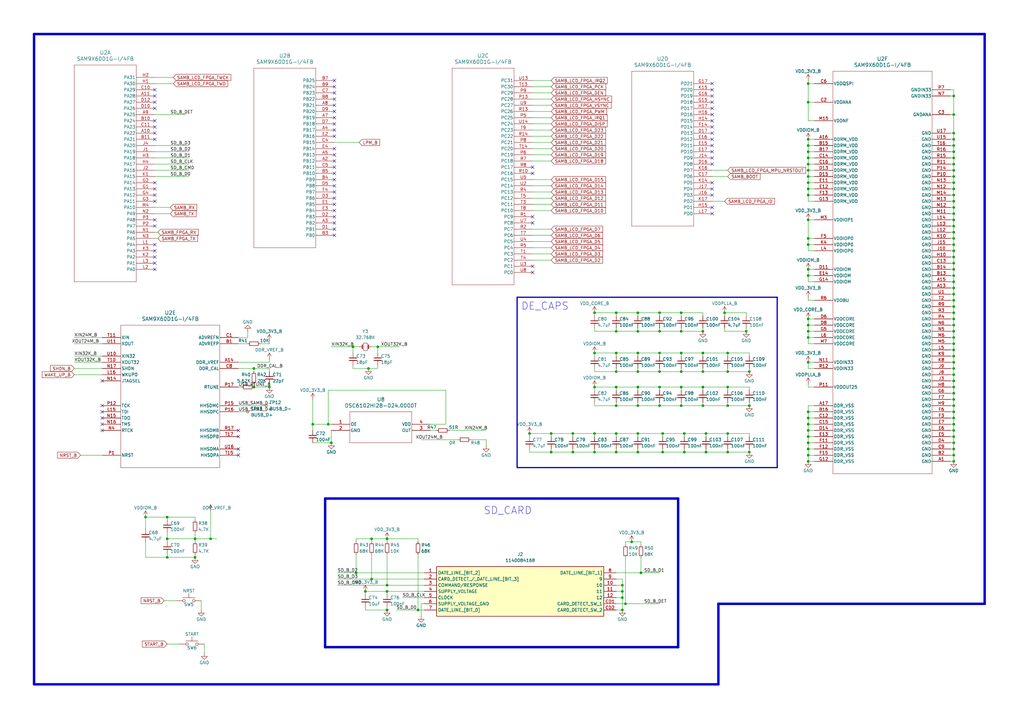
<source format=kicad_sch>
(kicad_sch (version 20231120) (generator "eeschema") (generator_version "8.0")
  (paper "A3")
  (lib_symbols
    (symbol "1140084168:1140084168"
      (property "Reference" "J" (at 74.93 7.62 0))
      (property "Value" "1140084168" (at 74.93 5.08 0))
      (symbol "1140084168_1_1"
        (pin passive line (at 0 0 0) (length 5.08) (name "DATE_LINE_[BIT_2]") (number "1"))
        (pin passive line (at 78.74 -5.08 180) (length 5.08) (name "10") (number "10"))
        (pin passive line (at 78.74 -7.62 180) (length 5.08) (name "11") (number "11"))
        (pin passive line (at 78.74 -10.16 180) (length 5.08) (name "12") (number "12"))
        (pin passive line (at 0 -2.54 0) (length 5.08) (name "CARD_DETECT_/_DATE_LINE_[BIT_3]") (number "2"))
        (pin passive line (at 0 -5.08 0) (length 5.08) (name "COMMAND/RESPONSE") (number "3"))
        (pin passive line (at 0 -7.62 0) (length 5.08) (name "SUPPLY_VOLTAGE") (number "4"))
        (pin passive line (at 0 -10.16 0) (length 5.08) (name "CLOCK") (number "5"))
        (pin passive line (at 0 -12.7 0) (length 5.08) (name "SUPPLY_VOLTAGE_GND") (number "6"))
        (pin passive line (at 0 -15.24 0) (length 5.08) (name "DATE_LINE_[BIT_0]") (number "7"))
        (pin passive line (at 78.74 0 180) (length 5.08) (name "DATE_LINE_[BIT_1]") (number "8"))
        (pin passive line (at 78.74 -2.54 180) (length 5.08) (name "9") (number "9"))
        (pin passive line (at 78.74 -12.7 180) (length 5.08) (name "CARD_DETECT_SW_1") (number "CD1"))
        (pin passive line (at 78.74 -15.24 180) (length 5.08) (name "CARD_DETECT_SW_2") (number "CD2"))
      )
    )
    (symbol "Connector:TestPoint_Small" (pin_numbers hide) (pin_names (offset 0.762) hide)
      (property "Reference" "TP" (at 0 3.81 0))
      (property "Value" "TestPoint_Small" (at 0 2.032 0))
      (symbol "TestPoint_Small_1_1"
        (pin passive line (at 0 0 90) (length 0) (name "1") (number "1"))
      )
    )
    (symbol "DSC6102HI2B:DSC6102HI2B-024.0000T" (pin_names (offset 0.254))
      (property "Reference" "U" (at 20.32 10.16 0))
      (property "Value" "DSC6102HI2B-024.0000T" (at 20.32 7.62 0))
      (symbol "DSC6102HI2B-024.0000T_0_1"
        (pin input line (at 0 0 0) (length 7.62) (name "OE") (number "1"))
        (pin power_out line (at 0 -2.54 0) (length 7.62) (name "GND") (number "2"))
        (pin output line (at 40.64 -2.54 180) (length 7.62) (name "OUT") (number "3"))
        (pin power_in line (at 40.64 0 180) (length 7.62) (name "VDD") (number "4"))
      )
    )
    (symbol "Device:C_Small" (pin_numbers hide) (pin_names (offset 0.254) hide)
      (property "Reference" "C" (at 0.254 1.778 0))
      (property "Value" "C_Small" (at 0.254 -2.032 0))
      (symbol "C_Small_1_1"
        (pin passive line (at 0 2.54 270) (length 2.032) (name "~") (number "1"))
        (pin passive line (at 0 -2.54 90) (length 2.032) (name "~") (number "2"))
      )
    )
    (symbol "Device:Crystal_Small" (pin_numbers hide) (pin_names (offset 1.016) hide)
      (property "Reference" "Y" (at 0 2.54 0))
      (property "Value" "Crystal_Small" (at 0 -2.54 0))
      (symbol "Crystal_Small_1_1"
        (pin passive line (at -2.54 0 0) (length 1.27) (name "1") (number "1"))
        (pin passive line (at 2.54 0 180) (length 1.27) (name "2") (number "2"))
      )
    )
    (symbol "Device:R_Small" (pin_numbers hide) (pin_names (offset 0.254) hide)
      (property "Reference" "R" (at 0.762 0.508 0))
      (property "Value" "R_Small" (at 0.762 -1.016 0))
      (symbol "R_Small_1_1"
        (pin passive line (at 0 2.54 270) (length 0.762) (name "~") (number "1"))
        (pin passive line (at 0 -2.54 90) (length 0.762) (name "~") (number "2"))
      )
    )
    (symbol "SAM9X60DIG:SAM9X60D1G-I_4FB" (pin_names (offset 0.254))
      (property "Reference" "U" (at -20.32 10.16 0))
      (property "Value" "SAM9X60D1G-I/4FB" (at -20.32 7.62 0))
      (symbol "SAM9X60D1G-I_4FB_1_1"
        (pin bidirectional line (at 0 -22.86 180) (length 7.62) (name "PA22") (number "A10"))
        (pin bidirectional line (at 0 -7.62 180) (length 7.62) (name "PA28") (number "A11"))
        (pin bidirectional line (at 0 -15.24 180) (length 7.62) (name "PA25") (number "A9"))
        (pin bidirectional line (at 0 -17.78 180) (length 7.62) (name "PA24") (number "B10"))
        (pin bidirectional line (at 0 -25.4 180) (length 7.62) (name "PA21") (number "B11"))
        (pin bidirectional line (at 0 -5.08 180) (length 7.62) (name "PA29") (number "C10"))
        (pin bidirectional line (at 0 -20.32 180) (length 7.62) (name "PA23") (number "C11"))
        (pin bidirectional line (at 0 -12.7 180) (length 7.62) (name "PA26") (number "D10"))
        (pin bidirectional line (at 0 -10.16 180) (length 7.62) (name "PA27") (number "D12"))
        (pin bidirectional line (at 0 -45.72 180) (length 7.62) (name "PA13") (number "G1"))
        (pin bidirectional line (at 0 -43.18 180) (length 7.62) (name "PA14") (number "G2"))
        (pin bidirectional line (at 0 -50.8 180) (length 7.62) (name "PA11") (number "G3"))
        (pin bidirectional line (at 0 -48.26 180) (length 7.62) (name "PA12") (number "G4"))
        (pin bidirectional line (at 0 -2.54 180) (length 7.62) (name "PA30") (number "H1"))
        (pin bidirectional line (at 0 0 180) (length 7.62) (name "PA31") (number "H2"))
        (pin bidirectional line (at 0 -33.02 180) (length 7.62) (name "PA18") (number "H3"))
        (pin bidirectional line (at 0 -35.56 180) (length 7.62) (name "PA17") (number "H4"))
        (pin bidirectional line (at 0 -30.48 180) (length 7.62) (name "PA19") (number "J1"))
        (pin bidirectional line (at 0 -38.1 180) (length 7.62) (name "PA16") (number "J2"))
        (pin bidirectional line (at 0 -27.94 180) (length 7.62) (name "PA20") (number "J4"))
        (pin bidirectional line (at 0 -40.64 180) (length 7.62) (name "PA15") (number "K1"))
        (pin bidirectional line (at 0 -73.66 180) (length 7.62) (name "PA2") (number "K2"))
        (pin bidirectional line (at 0 -71.12 180) (length 7.62) (name "PA3") (number "K3"))
        (pin bidirectional line (at 0 -68.58 180) (length 7.62) (name "PA4") (number "L1"))
        (pin bidirectional line (at 0 -78.74 180) (length 7.62) (name "PA0") (number "L2"))
        (pin bidirectional line (at 0 -76.2 180) (length 7.62) (name "PA1") (number "L3"))
        (pin bidirectional line (at 0 -53.34 180) (length 7.62) (name "PA10") (number "M4"))
        (pin bidirectional line (at 0 -63.5 180) (length 7.62) (name "PA6") (number "N1"))
        (pin bidirectional line (at 0 -55.88 180) (length 7.62) (name "PA9") (number "N2"))
        (pin bidirectional line (at 0 -66.04 180) (length 7.62) (name "PA5") (number "N3"))
        (pin bidirectional line (at 0 -60.96 180) (length 7.62) (name "PA7") (number "P2"))
        (pin bidirectional line (at 0 -58.42 180) (length 7.62) (name "PA8") (number "P3"))
      )
      (symbol "SAM9X60D1G-I_4FB_2_1"
        (pin bidirectional line (at 0 -33.02 180) (length 7.62) (name "PB12") (number "A2"))
        (pin bidirectional line (at 0 -58.42 180) (length 7.62) (name "PB2") (number "A3"))
        (pin bidirectional line (at 0 -20.32 180) (length 7.62) (name "PB17") (number "A4"))
        (pin bidirectional line (at 0 -30.48 180) (length 7.62) (name "PB13") (number "A5"))
        (pin bidirectional line (at 0 -15.24 180) (length 7.62) (name "PB19") (number "A7"))
        (pin bidirectional line (at 0 -10.16 180) (length 7.62) (name "PB21") (number "A8"))
        (pin bidirectional line (at 0 -63.5 180) (length 7.62) (name "PB0") (number "B3"))
        (pin bidirectional line (at 0 -40.64 180) (length 7.62) (name "PB9") (number "B4"))
        (pin bidirectional line (at 0 -38.1 180) (length 7.62) (name "PB10") (number "B5"))
        (pin bidirectional line (at 0 0 180) (length 7.62) (name "PB25") (number "B7"))
        (pin bidirectional line (at 0 -7.62 180) (length 7.62) (name "PB22") (number "B8"))
        (pin bidirectional line (at 0 -2.54 180) (length 7.62) (name "PB24") (number "B9"))
        (pin bidirectional line (at 0 -25.4 180) (length 7.62) (name "PB15") (number "C4"))
        (pin bidirectional line (at 0 -35.56 180) (length 7.62) (name "PB11") (number "C5"))
        (pin bidirectional line (at 0 -5.08 180) (length 7.62) (name "PB23") (number "C7"))
        (pin bidirectional line (at 0 -60.96 180) (length 7.62) (name "PB1") (number "D1"))
        (pin bidirectional line (at 0 -55.88 180) (length 7.62) (name "PB3") (number "D2"))
        (pin bidirectional line (at 0 -48.26 180) (length 7.62) (name "PB6") (number "D3"))
        (pin bidirectional line (at 0 -43.18 180) (length 7.62) (name "PB8") (number "D5"))
        (pin bidirectional line (at 0 -17.78 180) (length 7.62) (name "PB18") (number "D7"))
        (pin bidirectional line (at 0 -12.7 180) (length 7.62) (name "PB20") (number "D9"))
        (pin bidirectional line (at 0 -50.8 180) (length 7.62) (name "PB5") (number "E1"))
        (pin bidirectional line (at 0 -22.86 180) (length 7.62) (name "PB16") (number "E2"))
        (pin bidirectional line (at 0 -53.34 180) (length 7.62) (name "PB4") (number "E3"))
        (pin bidirectional line (at 0 -27.94 180) (length 7.62) (name "PB14") (number "E4"))
        (pin bidirectional line (at 0 -45.72 180) (length 7.62) (name "PB7") (number "F4"))
      )
      (symbol "SAM9X60D1G-I_4FB_3_1"
        (pin bidirectional line (at 0 -7.62 180) (length 7.62) (name "PC28") (number "P13"))
        (pin bidirectional line (at 0 -15.24 180) (length 7.62) (name "PC25") (number "P5"))
        (pin bidirectional line (at 0 -30.48 180) (length 7.62) (name "PC19") (number "P6"))
        (pin bidirectional line (at 0 -25.4 180) (length 7.62) (name "PC21") (number "P8"))
        (pin bidirectional line (at 0 -5.08 180) (length 7.62) (name "PC29") (number "P9"))
        (pin bidirectional line (at 0 -55.88 180) (length 7.62) (name "PC9") (number "R1"))
        (pin bidirectional line (at 0 -38.1 180) (length 7.62) (name "PC16") (number "R10"))
        (pin bidirectional line (at 0 -12.7 180) (length 7.62) (name "PC26") (number "R13"))
        (pin bidirectional line (at 0 -22.86 180) (length 7.62) (name "PC22") (number "R14"))
        (pin bidirectional line (at 0 -60.96 180) (length 7.62) (name "PC7") (number "R2"))
        (pin bidirectional line (at 0 -45.72 180) (length 7.62) (name "PC13") (number "R4"))
        (pin bidirectional line (at 0 -68.58 180) (length 7.62) (name "PC4") (number "R5"))
        (pin bidirectional line (at 0 -33.02 180) (length 7.62) (name "PC18") (number "R7"))
        (pin bidirectional line (at 0 -35.56 180) (length 7.62) (name "PC17") (number "R8"))
        (pin bidirectional line (at 0 -71.12 180) (length 7.62) (name "PC3") (number "T1"))
        (pin bidirectional line (at 0 -2.54 180) (length 7.62) (name "PC30") (number "T13"))
        (pin bidirectional line (at 0 -27.94 180) (length 7.62) (name "PC20") (number "T14"))
        (pin bidirectional line (at 0 -50.8 180) (length 7.62) (name "PC11") (number "T3"))
        (pin bidirectional line (at 0 -73.66 180) (length 7.62) (name "PC2") (number "T4"))
        (pin bidirectional line (at 0 -48.26 180) (length 7.62) (name "PC12") (number "T5"))
        (pin bidirectional line (at 0 -63.5 180) (length 7.62) (name "PC6") (number "T7"))
        (pin bidirectional line (at 0 -53.34 180) (length 7.62) (name "PC10") (number "T8"))
        (pin bidirectional line (at 0 -20.32 180) (length 7.62) (name "PC23") (number "T9"))
        (pin bidirectional line (at 0 0 180) (length 7.62) (name "PC31") (number "U13"))
        (pin bidirectional line (at 0 -17.78 180) (length 7.62) (name "PC24") (number "U14"))
        (pin bidirectional line (at 0 -43.18 180) (length 7.62) (name "PC14") (number "U2"))
        (pin bidirectional line (at 0 -76.2 180) (length 7.62) (name "PC1") (number "U3"))
        (pin bidirectional line (at 0 -66.04 180) (length 7.62) (name "PC5") (number "U4"))
        (pin bidirectional line (at 0 -40.64 180) (length 7.62) (name "PC15") (number "U5"))
        (pin bidirectional line (at 0 -58.42 180) (length 7.62) (name "PC8") (number "U7"))
        (pin bidirectional line (at 0 -78.74 180) (length 7.62) (name "PC0") (number "U8"))
        (pin bidirectional line (at 0 -10.16 180) (length 7.62) (name "PC27") (number "U9"))
      )
      (symbol "SAM9X60D1G-I_4FB_4_1"
        (pin bidirectional line (at 0 -38.1 180) (length 7.62) (name "PD6") (number "C17"))
        (pin bidirectional line (at 0 -33.02 180) (length 7.62) (name "PD8") (number "D16"))
        (pin bidirectional line (at 0 -20.32 180) (length 7.62) (name "PD13") (number "D17"))
        (pin bidirectional line (at 0 -25.4 180) (length 7.62) (name "PD11") (number "E15"))
        (pin bidirectional line (at 0 -22.86 180) (length 7.62) (name "PD12") (number "E16"))
        (pin bidirectional line (at 0 -27.94 180) (length 7.62) (name "PD10") (number "E17"))
        (pin bidirectional line (at 0 -17.78 180) (length 7.62) (name "PD14") (number "F14"))
        (pin bidirectional line (at 0 -7.62 180) (length 7.62) (name "PD18") (number "G15"))
        (pin bidirectional line (at 0 -5.08 180) (length 7.62) (name "PD19") (number "G16"))
        (pin bidirectional line (at 0 0 180) (length 7.62) (name "PD21") (number "G17"))
        (pin bidirectional line (at 0 -15.24 180) (length 7.62) (name "PD15") (number "H14"))
        (pin bidirectional line (at 0 -50.8 180) (length 7.62) (name "PD1") (number "H15"))
        (pin bidirectional line (at 0 -12.7 180) (length 7.62) (name "PD16") (number "H16"))
        (pin bidirectional line (at 0 -10.16 180) (length 7.62) (name "PD17") (number "H17"))
        (pin bidirectional line (at 0 -30.48 180) (length 7.62) (name "PD9") (number "J14"))
        (pin bidirectional line (at 0 -45.72 180) (length 7.62) (name "PD3") (number "J16"))
        (pin bidirectional line (at 0 -43.18 180) (length 7.62) (name "PD4") (number "J17"))
        (pin bidirectional line (at 0 -40.64 180) (length 7.62) (name "PD5") (number "K14"))
        (pin bidirectional line (at 0 -2.54 180) (length 7.62) (name "PD20") (number "K15"))
        (pin bidirectional line (at 0 -35.56 180) (length 7.62) (name "PD7") (number "K16"))
        (pin bidirectional line (at 0 -48.26 180) (length 7.62) (name "PD2") (number "K17"))
        (pin bidirectional line (at 0 -53.34 180) (length 7.62) (name "PD0") (number "L17"))
      )
      (symbol "SAM9X60D1G-I_4FB_5_1"
        (pin input line (at 55.88 -10.16 180) (length 7.62) (name "DDR_VREF") (number "A14"))
        (pin input line (at 55.88 -2.54 180) (length 7.62) (name "ADVREFP") (number "B1"))
        (pin input line (at 55.88 0 180) (length 7.62) (name "ADVREFN") (number "C1"))
        (pin input line (at 55.88 -12.7 180) (length 7.62) (name "DDR_CAL") (number "C8"))
        (pin input line (at 0 -30.48 0) (length 7.62) (name "TDI") (number "L15"))
        (pin input line (at 0 -15.24 0) (length 7.62) (name "WKUP0") (number "L16"))
        (pin input line (at 0 -17.78 0) (length 7.62) (name "JTAGSEL") (number "N14"))
        (pin output line (at 0 -33.02 0) (length 7.62) (name "TDO") (number "N15"))
        (pin input line (at 0 -35.56 0) (length 7.62) (name "TMS") (number "N16"))
        (pin output line (at 0 -12.7 0) (length 7.62) (name "SHDN") (number "N17"))
        (pin output line (at 0 -38.1 0) (length 7.62) (name "RTCK") (number "N4"))
        (pin input line (at 0 -48.26 0) (length 7.62) (name "NRST") (number "P1"))
        (pin input line (at 0 -27.94 0) (length 7.62) (name "TCK") (number "P12"))
        (pin bidirectional line (at 55.88 -27.94 180) (length 7.62) (name "HHSDMC") (number "P15"))
        (pin bidirectional line (at 55.88 -30.48 180) (length 7.62) (name "HHSDPC") (number "P16"))
        (pin input line (at 55.88 -20.32 180) (length 7.62) (name "RTUNE") (number "P17"))
        (pin bidirectional line (at 55.88 -38.1 180) (length 7.62) (name "HHSDMB") (number "R17"))
        (pin output line (at 0 -10.16 0) (length 7.62) (name "XOUT32") (number "T10"))
        (pin input line (at 0 0 0) (length 7.62) (name "XIN") (number "T11"))
        (pin bidirectional line (at 55.88 -48.26 180) (length 7.62) (name "HHSDPA") (number "T15"))
        (pin bidirectional line (at 55.88 -40.64 180) (length 7.62) (name "HHSDPB") (number "T17"))
        (pin input line (at 0 -7.62 0) (length 7.62) (name "XIN32") (number "U10"))
        (pin output line (at 0 -2.54 0) (length 7.62) (name "XOUT") (number "U11"))
        (pin bidirectional line (at 55.88 -45.72 180) (length 7.62) (name "HHSDMA") (number "U16"))
      )
      (symbol "SAM9X60D1G-I_4FB_6_1"
        (pin power_in line (at 55.88 -154.94 180) (length 7.62) (name "GND") (number "A1"))
        (pin power_in line (at 55.88 -83.82 180) (length 7.62) (name "GND") (number "A13"))
        (pin power_in line (at 55.88 -81.28 180) (length 7.62) (name "GND") (number "A15"))
        (pin power_in line (at 0 -22.86 0) (length 7.62) (name "DDRM_VDD") (number "A16"))
        (pin power_in line (at 0 -132.08 0) (length 7.62) (name "DDR_VSS") (number "A17"))
        (pin power_in line (at 55.88 -78.74 180) (length 7.62) (name "GND") (number "B13"))
        (pin power_in line (at 55.88 -76.2 180) (length 7.62) (name "GND") (number "B14"))
        (pin power_in line (at 0 -25.4 0) (length 7.62) (name "DDRM_VDD") (number "B15"))
        (pin power_in line (at 0 -134.62 0) (length 7.62) (name "DDR_VSS") (number "B16"))
        (pin power_in line (at 0 -27.94 0) (length 7.62) (name "DDRM_VDD") (number "B17"))
        (pin power_in line (at 55.88 -152.4 180) (length 7.62) (name "GND") (number "B2"))
        (pin power_in line (at 0 -137.16 0) (length 7.62) (name "DDR_VSS") (number "C12"))
        (pin power_in line (at 55.88 -73.66 180) (length 7.62) (name "GND") (number "C13"))
        (pin power_in line (at 0 -30.48 0) (length 7.62) (name "DDRM_VDD") (number "C14"))
        (pin power_in line (at 0 -139.7 0) (length 7.62) (name "DDR_VSS") (number "C15"))
        (pin power_in line (at 0 -33.02 0) (length 7.62) (name "DDRM_VDD") (number "C16"))
        (pin power_in line (at 0 -7.62 0) (length 7.62) (name "VDDANA") (number "C2"))
        (pin power_in line (at 55.88 -12.7 180) (length 7.62) (name "GNDANA") (number "C3"))
        (pin power_in line (at 0 0 0) (length 7.62) (name "VDDQSPI") (number "C6"))
        (pin power_in line (at 55.88 -149.86 180) (length 7.62) (name "GND") (number "C9"))
        (pin power_in line (at 0 -76.2 0) (length 7.62) (name "VDDIOM") (number "D11"))
        (pin power_in line (at 0 -35.56 0) (length 7.62) (name "DDRM_VDD") (number "D13"))
        (pin power_in line (at 0 -142.24 0) (length 7.62) (name "DDR_VSS") (number "D14"))
        (pin power_in line (at 0 -38.1 0) (length 7.62) (name "DDRM_VDD") (number "D15"))
        (pin power_in line (at 55.88 -147.32 180) (length 7.62) (name "GND") (number "D4"))
        (pin power_in line (at 0 -96.52 0) (length 7.62) (name "VDDCORE") (number "D6"))
        (pin power_in line (at 0 -99.06 0) (length 7.62) (name "VDDCORE") (number "D8"))
        (pin power_in line (at 0 -40.64 0) (length 7.62) (name "DDRM_VDD") (number "E11"))
        (pin power_in line (at 0 -43.18 0) (length 7.62) (name "DDRM_VDD") (number "E12"))
        (pin power_in line (at 0 -144.78 0) (length 7.62) (name "DDR_VSS") (number "E13"))
        (pin power_in line (at 0 -78.74 0) (length 7.62) (name "VDDIOM") (number "E14"))
        (pin power_in line (at 55.88 -144.78 180) (length 7.62) (name "GND") (number "E5"))
        (pin power_in line (at 55.88 -142.24 180) (length 7.62) (name "GND") (number "E6"))
        (pin power_in line (at 55.88 -139.7 180) (length 7.62) (name "GND") (number "E7"))
        (pin power_in line (at 0 -147.32 0) (length 7.62) (name "DDR_VSS") (number "F11"))
        (pin power_in line (at 0 -149.86 0) (length 7.62) (name "DDR_VSS") (number "F12"))
        (pin power_in line (at 0 -45.72 0) (length 7.62) (name "DDRM_VDD") (number "F13"))
        (pin power_in line (at 0 -152.4 0) (length 7.62) (name "DDR_VSS") (number "F15"))
        (pin power_in line (at 55.88 -137.16 180) (length 7.62) (name "GND") (number "F3"))
        (pin power_in line (at 0 -63.5 0) (length 7.62) (name "VDDIOP0") (number "F5"))
        (pin power_in line (at 55.88 -134.62 180) (length 7.62) (name "GND") (number "F6"))
        (pin power_in line (at 55.88 -129.54 180) (length 7.62) (name "GND") (number "F7"))
        (pin power_in line (at 0 -154.94 0) (length 7.62) (name "DDR_VSS") (number "G12"))
        (pin power_in line (at 0 -48.26 0) (length 7.62) (name "DDRM_VDD") (number "G13"))
        (pin power_in line (at 0 -81.28 0) (length 7.62) (name "VDDIOM") (number "G14"))
        (pin power_in line (at 0 -101.6 0) (length 7.62) (name "VDDCORE") (number "G5"))
        (pin power_in line (at 55.88 -127 180) (length 7.62) (name "GND") (number "G6"))
        (pin power_in line (at 55.88 -71.12 180) (length 7.62) (name "GND") (number "H10"))
        (pin power_in line (at 55.88 -124.46 180) (length 7.62) (name "GND") (number "H8"))
        (pin power_in line (at 55.88 -132.08 180) (length 7.62) (name "GND") (number "H9"))
        (pin power_in line (at 55.88 -68.58 180) (length 7.62) (name "GND") (number "J10"))
        (pin power_in line (at 55.88 -66.04 180) (length 7.62) (name "GND") (number "J15"))
        (pin power_in line (at 55.88 -121.92 180) (length 7.62) (name "GND") (number "J3"))
        (pin power_in line (at 55.88 -119.38 180) (length 7.62) (name "GND") (number "J8"))
        (pin power_in line (at 55.88 -116.84 180) (length 7.62) (name "GND") (number "J9"))
        (pin power_in line (at 55.88 -63.5 180) (length 7.62) (name "GND") (number "K10"))
        (pin power_in line (at 0 -66.04 0) (length 7.62) (name "VDDIOP0") (number "K4"))
        (pin power_in line (at 55.88 -114.3 180) (length 7.62) (name "GND") (number "K8"))
        (pin power_in line (at 55.88 -111.76 180) (length 7.62) (name "GND") (number "K9"))
        (pin power_in line (at 55.88 -60.96 180) (length 7.62) (name "GND") (number "L12"))
        (pin power_in line (at 55.88 -58.42 180) (length 7.62) (name "GND") (number "L13"))
        (pin power_in line (at 55.88 -55.88 180) (length 7.62) (name "GND") (number "L14"))
        (pin power_in line (at 0 -68.58 0) (length 7.62) (name "VDDIOP0") (number "L4"))
        (pin power_in line (at 55.88 -109.22 180) (length 7.62) (name "GND") (number "L5"))
        (pin power_in line (at 0 -104.14 0) (length 7.62) (name "VDDCORE") (number "L6"))
        (pin power_in line (at 55.88 -53.34 180) (length 7.62) (name "GND") (number "M11"))
        (pin power_in line (at 55.88 -50.8 180) (length 7.62) (name "GND") (number "M12"))
        (pin power_in line (at 55.88 -48.26 180) (length 7.62) (name "GND") (number "M13"))
        (pin power_in line (at 55.88 -45.72 180) (length 7.62) (name "GND") (number "M14"))
        (pin power_in line (at 0 -15.24 0) (length 7.62) (name "VDDNF") (number "M15"))
        (pin power_in line (at 0 -55.88 0) (length 7.62) (name "VDDIOP1") (number "M3"))
        (pin power_in line (at 55.88 -106.68 180) (length 7.62) (name "GND") (number "M5"))
        (pin power_in line (at 55.88 -104.14 180) (length 7.62) (name "GND") (number "M6"))
        (pin power_in line (at 0 -106.68 0) (length 7.62) (name "VDDCORE") (number "M7"))
        (pin power_in line (at 0 -114.3 0) (length 7.62) (name "VDDIN33") (number "N11"))
        (pin power_in line (at 55.88 -43.18 180) (length 7.62) (name "GND") (number "N12"))
        (pin power_in line (at 55.88 -40.64 180) (length 7.62) (name "GND") (number "N13"))
        (pin power_in line (at 55.88 -101.6 180) (length 7.62) (name "GND") (number "N5"))
        (pin power_in line (at 55.88 -99.06 180) (length 7.62) (name "GND") (number "N6"))
        (pin power_in line (at 55.88 -5.08 180) (length 7.62) (name "GNDIN33") (number "N7"))
        (pin power_in line (at 55.88 -38.1 180) (length 7.62) (name "GND") (number "P10"))
        (pin output line (at 0 -124.46 0) (length 7.62) (name "VDDOUT25") (number "P11"))
        (pin power_in line (at 55.88 -35.56 180) (length 7.62) (name "GND") (number "P14"))
        (pin power_in line (at 55.88 -96.52 180) (length 7.62) (name "GND") (number "P4"))
        (pin power_in line (at 55.88 -2.54 180) (length 7.62) (name "GNDIN33") (number "P7"))
        (pin power_in line (at 55.88 -33.02 180) (length 7.62) (name "GND") (number "R11"))
        (pin power_in line (at 0 -116.84 0) (length 7.62) (name "VDDIN33") (number "R12"))
        (pin power_in line (at 55.88 -30.48 180) (length 7.62) (name "GND") (number "R15"))
        (pin power_in line (at 55.88 -27.94 180) (length 7.62) (name "GND") (number "R16"))
        (pin power_in line (at 55.88 -93.98 180) (length 7.62) (name "GND") (number "R3"))
        (pin power_in line (at 0 -88.9 0) (length 7.62) (name "VDDBU") (number "R6"))
        (pin power_in line (at 55.88 -91.44 180) (length 7.62) (name "GND") (number "R9"))
        (pin power_in line (at 55.88 -25.4 180) (length 7.62) (name "GND") (number "T16"))
        (pin power_in line (at 55.88 -88.9 180) (length 7.62) (name "GND") (number "T2"))
        (pin power_in line (at 55.88 -86.36 180) (length 7.62) (name "GND") (number "U1"))
        (pin power_in line (at 55.88 -22.86 180) (length 7.62) (name "GND") (number "U15"))
        (pin power_in line (at 55.88 -20.32 180) (length 7.62) (name "GND") (number "U17"))
      )
    )
    (symbol "Switch:SW_Push" (pin_numbers hide) (pin_names (offset 1.016) hide)
      (property "Reference" "SW" (at 1.27 2.54 0))
      (property "Value" "SW_Push" (at 0 -1.524 0))
      (symbol "SW_Push_0_1"
        (pin passive line (at -5.08 0 0) (length 2.54) (name "1") (number "1"))
        (pin passive line (at 5.08 0 180) (length 2.54) (name "2") (number "2"))
      )
    )
    (symbol "power:+5V" (power) (pin_numbers hide) (pin_names (offset 0) hide)
      (property "Value" "+5V" (at 0 3.556 0))
      (symbol "+5V_1_1"
        (pin power_in line (at 0 0 90) (length 0) (name "~") (number "1"))
      )
    )
    (symbol "power:GND" (power) (pin_numbers hide) (pin_names (offset 0) hide)
      (property "Value" "GND" (at 0 -3.81 0))
      (symbol "GND_1_1"
        (pin power_in line (at 0 0 270) (length 0) (name "~") (number "1"))
      )
    )
  )
  (junction (at 298.45 144.78))
  (junction (at 391.16 135.89))
  (junction (at 252.73 166.37))
  (junction (at 331.47 181.61))
  (junction (at 144.78 142.24))
  (junction (at 391.16 120.65))
  (junction (at 391.16 72.39))
  (junction (at 280.67 177.8))
  (junction (at 391.16 151.13))
  (junction (at 331.47 41.91))
  (junction (at 243.84 177.8))
  (junction (at 391.16 97.79))
  (junction (at 391.16 140.97))
  (junction (at 149.86 242.57))
  (junction (at 391.16 163.83))
  (junction (at 135.89 181.61))
  (junction (at 279.4 135.89))
  (junction (at 261.62 185.42))
  (junction (at 261.62 158.75))
  (junction (at 255.27 242.57))
  (junction (at 331.47 133.35))
  (junction (at 391.16 102.87))
  (junction (at 134.62 173.99))
  (junction (at 261.62 152.4))
  (junction (at 391.16 115.57))
  (junction (at 331.47 34.29))
  (junction (at 331.47 110.49))
  (junction (at 391.16 118.11))
  (junction (at 255.27 240.03))
  (junction (at 331.47 168.91))
  (junction (at 217.17 177.8))
  (junction (at 391.16 161.29))
  (junction (at 331.47 113.03))
  (junction (at 331.47 90.17))
  (junction (at 306.07 135.89))
  (junction (at 261.62 144.78))
  (junction (at 391.16 146.05))
  (junction (at 261.62 128.27))
  (junction (at 391.16 186.69))
  (junction (at 391.16 69.85))
  (junction (at 158.75 240.03))
  (junction (at 391.16 67.31))
  (junction (at 289.56 185.42))
  (junction (at 289.56 177.8))
  (junction (at 391.16 85.09))
  (junction (at 331.47 62.23))
  (junction (at 331.47 64.77))
  (junction (at 331.47 138.43))
  (junction (at 279.4 166.37))
  (junction (at 391.16 113.03))
  (junction (at 391.16 156.21))
  (junction (at 261.62 135.89))
  (junction (at 171.45 250.19))
  (junction (at 391.16 166.37))
  (junction (at 331.47 69.85))
  (junction (at 270.51 128.27))
  (junction (at 110.49 158.75))
  (junction (at 298.45 152.4))
  (junction (at 280.67 185.42))
  (junction (at 270.51 152.4))
  (junction (at 104.14 158.75))
  (junction (at 243.84 158.75))
  (junction (at 391.16 80.01))
  (junction (at 271.78 177.8))
  (junction (at 331.47 171.45))
  (junction (at 252.73 144.78))
  (junction (at 391.16 143.51))
  (junction (at 331.47 184.15))
  (junction (at 158.75 250.19))
  (junction (at 331.47 148.59))
  (junction (at 146.05 234.95))
  (junction (at 391.16 123.19))
  (junction (at 279.4 158.75))
  (junction (at 151.13 151.13))
  (junction (at 154.94 142.24))
  (junction (at 331.47 59.69))
  (junction (at 331.47 186.69))
  (junction (at 391.16 57.15))
  (junction (at 391.16 153.67))
  (junction (at 68.58 228.6))
  (junction (at 307.34 166.37))
  (junction (at 298.45 185.42))
  (junction (at 391.16 54.61))
  (junction (at 331.47 100.33))
  (junction (at 104.14 151.13))
  (junction (at 261.62 166.37))
  (junction (at 252.73 128.27))
  (junction (at 331.47 80.01))
  (junction (at 80.01 228.6))
  (junction (at 391.16 138.43))
  (junction (at 255.27 250.19))
  (junction (at 391.16 176.53))
  (junction (at 331.47 135.89))
  (junction (at 331.47 173.99))
  (junction (at 331.47 72.39))
  (junction (at 271.78 185.42))
  (junction (at 152.4 237.49))
  (junction (at 252.73 135.89))
  (junction (at 252.73 177.8))
  (junction (at 234.95 185.42))
  (junction (at 391.16 105.41))
  (junction (at 391.16 62.23))
  (junction (at 279.4 144.78))
  (junction (at 298.45 158.75))
  (junction (at 226.06 185.42))
  (junction (at 298.45 166.37))
  (junction (at 331.47 57.15))
  (junction (at 331.47 130.81))
  (junction (at 391.16 171.45))
  (junction (at 307.34 152.4))
  (junction (at 270.51 144.78))
  (junction (at 226.06 177.8))
  (junction (at 391.16 173.99))
  (junction (at 68.58 212.09))
  (junction (at 391.16 168.91))
  (junction (at 331.47 97.79))
  (junction (at 158.75 242.57))
  (junction (at 270.51 166.37))
  (junction (at 288.29 135.89))
  (junction (at 279.4 152.4))
  (junction (at 298.45 177.8))
  (junction (at 259.08 222.25))
  (junction (at 391.16 158.75))
  (junction (at 391.16 87.63))
  (junction (at 270.51 135.89))
  (junction (at 391.16 128.27))
  (junction (at 128.27 173.99))
  (junction (at 391.16 100.33))
  (junction (at 391.16 184.15))
  (junction (at 243.84 128.27))
  (junction (at 391.16 59.69))
  (junction (at 391.16 133.35))
  (junction (at 391.16 148.59))
  (junction (at 86.36 220.98))
  (junction (at 68.58 220.98))
  (junction (at 243.84 185.42))
  (junction (at 252.73 152.4))
  (junction (at 391.16 130.81))
  (junction (at 331.47 77.47))
  (junction (at 391.16 107.95))
  (junction (at 391.16 39.37))
  (junction (at 391.16 74.93))
  (junction (at 288.29 152.4))
  (junction (at 288.29 158.75))
  (junction (at 391.16 189.23))
  (junction (at 391.16 90.17))
  (junction (at 152.4 220.98))
  (junction (at 391.16 92.71))
  (junction (at 261.62 177.8))
  (junction (at 391.16 179.07))
  (junction (at 391.16 46.99))
  (junction (at 391.16 181.61))
  (junction (at 391.16 82.55))
  (junction (at 270.51 158.75))
  (junction (at 391.16 125.73))
  (junction (at 288.29 144.78))
  (junction (at 279.4 128.27))
  (junction (at 331.47 189.23))
  (junction (at 391.16 64.77))
  (junction (at 252.73 158.75))
  (junction (at 307.34 185.42))
  (junction (at 331.47 176.53))
  (junction (at 234.95 177.8))
  (junction (at 331.47 179.07))
  (junction (at 331.47 67.31))
  (junction (at 256.54 247.65))
  (junction (at 252.73 185.42))
  (junction (at 297.18 128.27))
  (junction (at 391.16 95.25))
  (junction (at 391.16 77.47))
  (junction (at 255.27 245.11))
  (junction (at 331.47 74.93))
  (junction (at 80.01 220.98))
  (junction (at 391.16 110.49))
  (junction (at 262.89 234.95))
  (junction (at 59.69 212.09))
  (junction (at 158.75 220.98))
  (junction (at 243.84 144.78))
  (junction (at 288.29 166.37))
  (no_connect (at 218.44 91.44))
  (no_connect (at 292.1 41.91))
  (no_connect (at 137.16 53.34))
  (no_connect (at 218.44 88.9))
  (no_connect (at 137.16 73.66))
  (no_connect (at 292.1 49.53))
  (no_connect (at 137.16 66.04))
  (no_connect (at 63.5 36.83))
  (no_connect (at 63.5 107.95))
  (no_connect (at 63.5 44.45))
  (no_connect (at 137.16 35.56))
  (no_connect (at 63.5 90.17))
  (no_connect (at 137.16 96.52))
  (no_connect (at 292.1 80.01))
  (no_connect (at 218.44 111.76))
  (no_connect (at 63.5 57.15))
  (no_connect (at 137.16 71.12))
  (no_connect (at 63.5 102.87))
  (no_connect (at 137.16 33.02))
  (no_connect (at 292.1 34.29))
  (no_connect (at 218.44 68.58))
  (no_connect (at 63.5 80.01))
  (no_connect (at 41.91 156.21))
  (no_connect (at 63.5 54.61))
  (no_connect (at 137.16 76.2))
  (no_connect (at 137.16 60.96))
  (no_connect (at 292.1 62.23))
  (no_connect (at 292.1 57.15))
  (no_connect (at 63.5 100.33))
  (no_connect (at 41.91 166.37))
  (no_connect (at 292.1 64.77))
  (no_connect (at 137.16 93.98))
  (no_connect (at 63.5 74.93))
  (no_connect (at 137.16 45.72))
  (no_connect (at 292.1 77.47))
  (no_connect (at 97.79 184.15))
  (no_connect (at 63.5 52.07))
  (no_connect (at 218.44 109.22))
  (no_connect (at 137.16 83.82))
  (no_connect (at 63.5 92.71))
  (no_connect (at 41.91 173.99))
  (no_connect (at 292.1 54.61))
  (no_connect (at 63.5 105.41))
  (no_connect (at 97.79 176.53))
  (no_connect (at 41.91 176.53))
  (no_connect (at 63.5 77.47))
  (no_connect (at 292.1 39.37))
  (no_connect (at 137.16 81.28))
  (no_connect (at 137.16 78.74))
  (no_connect (at 41.91 168.91))
  (no_connect (at 63.5 110.49))
  (no_connect (at 137.16 68.58))
  (no_connect (at 137.16 55.88))
  (no_connect (at 137.16 63.5))
  (no_connect (at 292.1 67.31))
  (no_connect (at 137.16 38.1))
  (no_connect (at 137.16 91.44))
  (no_connect (at 97.79 186.69))
  (no_connect (at 137.16 48.26))
  (no_connect (at 292.1 87.63))
  (no_connect (at 63.5 49.53))
  (no_connect (at 292.1 44.45))
  (no_connect (at 63.5 41.91))
  (no_connect (at 137.16 40.64))
  (no_connect (at 137.16 88.9))
  (no_connect (at 218.44 71.12))
  (no_connect (at 137.16 43.18))
  (no_connect (at 292.1 59.69))
  (no_connect (at 137.16 86.36))
  (no_connect (at 63.5 39.37))
  (no_connect (at 292.1 36.83))
  (no_connect (at 292.1 52.07))
  (no_connect (at 97.79 179.07))
  (no_connect (at 292.1 85.09))
  (no_connect (at 41.91 171.45))
  (no_connect (at 292.1 74.93))
  (no_connect (at 292.1 46.99))
  (no_connect (at 63.5 82.55))
  (no_connect (at 137.16 50.8))
  (wire (pts (xy 252.73 158.75) (xy 261.62 158.75)))
  (wire (pts (xy 261.62 166.37) (xy 270.51 166.37)))
  (wire (pts (xy 391.16 176.53) (xy 389.89 176.53)))
  (wire (pts (xy 30.48 146.05) (xy 41.91 146.05)))
  (wire (pts (xy 331.47 90.17) (xy 334.01 90.17)))
  (wire (pts (xy 252.73 234.95) (xy 262.89 234.95)))
  (wire (pts (xy 280.67 177.8) (xy 271.78 177.8)))
  (wire (pts (xy 146.05 234.95) (xy 173.99 234.95)))
  (wire (pts (xy 289.56 184.15) (xy 289.56 185.42)))
  (wire (pts (xy 218.44 78.74) (xy 226.06 78.74)))
  (wire (pts (xy 288.29 158.75) (xy 288.29 160.02)))
  (wire (pts (xy 307.34 185.42) (xy 298.45 185.42)))
  (wire (pts (xy 64.77 95.25) (xy 63.5 95.25)))
  (wire (pts (xy 391.16 138.43) (xy 389.89 138.43)))
  (wire (pts (xy 270.51 135.89) (xy 270.51 134.62)))
  (wire (pts (xy 252.73 152.4) (xy 252.73 151.13)))
  (wire (pts (xy 270.51 158.75) (xy 279.4 158.75)))
  (polyline (pts (xy 13.97 280.67) (xy 294.64 280.67)) (stroke (width 1)))
  (wire (pts (xy 331.47 34.29) (xy 331.47 33.02)))
  (wire (pts (xy 243.84 158.75) (xy 252.73 158.75)))
  (wire (pts (xy 261.62 135.89) (xy 261.62 134.62)))
  (wire (pts (xy 331.47 171.45) (xy 334.01 171.45)))
  (wire (pts (xy 67.31 246.38) (xy 72.39 246.38)))
  (wire (pts (xy 146.05 227.33) (xy 146.05 234.95)))
  (wire (pts (xy 391.16 148.59) (xy 389.89 148.59)))
  (wire (pts (xy 391.16 176.53) (xy 391.16 179.07)))
  (wire (pts (xy 149.86 242.57) (xy 158.75 242.57)))
  (wire (pts (xy 391.16 62.23) (xy 391.16 64.77)))
  (wire (pts (xy 331.47 181.61) (xy 334.01 181.61)))
  (wire (pts (xy 391.16 97.79) (xy 389.89 97.79)))
  (wire (pts (xy 331.47 110.49) (xy 334.01 110.49)))
  (wire (pts (xy 144.78 151.13) (xy 151.13 151.13)))
  (wire (pts (xy 391.16 77.47) (xy 391.16 80.01)))
  (wire (pts (xy 391.16 113.03) (xy 389.89 113.03)))
  (wire (pts (xy 261.62 158.75) (xy 261.62 160.02)))
  (wire (pts (xy 391.16 92.71) (xy 389.89 92.71)))
  (wire (pts (xy 218.44 58.42) (xy 226.06 58.42)))
  (wire (pts (xy 135.89 142.24) (xy 144.78 142.24)))
  (wire (pts (xy 391.16 133.35) (xy 391.16 135.89)))
  (wire (pts (xy 391.16 107.95) (xy 389.89 107.95)))
  (wire (pts (xy 261.62 166.37) (xy 261.62 165.1)))
  (wire (pts (xy 391.16 69.85) (xy 389.89 69.85)))
  (wire (pts (xy 391.16 184.15) (xy 389.89 184.15)))
  (wire (pts (xy 86.36 220.98) (xy 86.36 209.55)))
  (wire (pts (xy 218.44 104.14) (xy 226.06 104.14)))
  (wire (pts (xy 331.47 82.55) (xy 334.01 82.55)))
  (wire (pts (xy 137.16 58.42) (xy 147.32 58.42)))
  (wire (pts (xy 391.16 74.93) (xy 391.16 77.47)))
  (wire (pts (xy 391.16 95.25) (xy 391.16 97.79)))
  (wire (pts (xy 391.16 118.11) (xy 389.89 118.11)))
  (polyline (pts (xy 13.97 13.97) (xy 403.86 13.97)) (stroke (width 1)))
  (wire (pts (xy 218.44 106.68) (xy 226.06 106.68)))
  (wire (pts (xy 331.47 59.69) (xy 334.01 59.69)))
  (wire (pts (xy 391.16 138.43) (xy 391.16 140.97)))
  (wire (pts (xy 331.47 176.53) (xy 334.01 176.53)))
  (wire (pts (xy 218.44 73.66) (xy 226.06 73.66)))
  (wire (pts (xy 297.18 134.62) (xy 297.18 135.89)))
  (wire (pts (xy 391.16 62.23) (xy 389.89 62.23)))
  (wire (pts (xy 138.43 237.49) (xy 152.4 237.49)))
  (wire (pts (xy 391.16 163.83) (xy 391.16 166.37)))
  (wire (pts (xy 149.86 250.19) (xy 149.86 248.92)))
  (wire (pts (xy 331.47 166.37) (xy 334.01 166.37)))
  (wire (pts (xy 331.47 62.23) (xy 331.47 64.77)))
  (polyline (pts (xy 294.64 247.65) (xy 403.86 247.65)) (stroke (width 1)))
  (wire (pts (xy 331.47 62.23) (xy 334.01 62.23)))
  (wire (pts (xy 298.45 184.15) (xy 298.45 185.42)))
  (wire (pts (xy 262.89 223.52) (xy 262.89 222.25)))
  (wire (pts (xy 158.75 227.33) (xy 158.75 240.03)))
  (wire (pts (xy 243.84 177.8) (xy 243.84 179.07)))
  (wire (pts (xy 391.16 123.19) (xy 391.16 125.73)))
  (wire (pts (xy 261.62 177.8) (xy 261.62 179.07)))
  (wire (pts (xy 331.47 72.39) (xy 334.01 72.39)))
  (wire (pts (xy 187.96 180.34) (xy 172.72 180.34)))
  (polyline (pts (xy 278.13 265.43) (xy 278.13 204.47)) (stroke (width 1)))
  (wire (pts (xy 391.16 105.41) (xy 389.89 105.41)))
  (wire (pts (xy 391.16 77.47) (xy 389.89 77.47)))
  (wire (pts (xy 158.75 220.98) (xy 158.75 222.25)))
  (wire (pts (xy 261.62 185.42) (xy 261.62 184.15)))
  (wire (pts (xy 391.16 181.61) (xy 389.89 181.61)))
  (wire (pts (xy 279.4 158.75) (xy 288.29 158.75)))
  (wire (pts (xy 226.06 185.42) (xy 226.06 184.15)))
  (wire (pts (xy 144.78 142.24) (xy 144.78 144.78)))
  (wire (pts (xy 69.85 87.63) (xy 63.5 87.63)))
  (wire (pts (xy 391.16 125.73) (xy 391.16 128.27)))
  (wire (pts (xy 255.27 240.03) (xy 252.73 240.03)))
  (wire (pts (xy 33.02 186.69) (xy 41.91 186.69)))
  (wire (pts (xy 391.16 107.95) (xy 391.16 110.49)))
  (wire (pts (xy 331.47 59.69) (xy 331.47 62.23)))
  (wire (pts (xy 279.4 144.78) (xy 279.4 146.05)))
  (wire (pts (xy 30.48 151.13) (xy 41.91 151.13)))
  (wire (pts (xy 104.14 151.13) (xy 97.79 151.13)))
  (wire (pts (xy 391.16 181.61) (xy 391.16 184.15)))
  (wire (pts (xy 271.78 184.15) (xy 271.78 185.42)))
  (wire (pts (xy 252.73 135.89) (xy 252.73 134.62)))
  (wire (pts (xy 288.29 128.27) (xy 288.29 129.54)))
  (wire (pts (xy 391.16 189.23) (xy 389.89 189.23)))
  (wire (pts (xy 256.54 247.65) (xy 270.51 247.65)))
  (polyline (pts (xy 294.64 280.67) (xy 294.64 247.65)) (stroke (width 1)))
  (wire (pts (xy 391.16 102.87) (xy 391.16 105.41)))
  (wire (pts (xy 279.4 128.27) (xy 288.29 128.27)))
  (wire (pts (xy 252.73 152.4) (xy 261.62 152.4)))
  (wire (pts (xy 280.67 185.42) (xy 271.78 185.42)))
  (wire (pts (xy 331.47 67.31) (xy 334.01 67.31)))
  (wire (pts (xy 391.16 36.83) (xy 391.16 39.37)))
  (wire (pts (xy 149.86 250.19) (xy 158.75 250.19)))
  (wire (pts (xy 331.47 97.79) (xy 334.01 97.79)))
  (wire (pts (xy 270.51 166.37) (xy 270.51 165.1)))
  (wire (pts (xy 391.16 125.73) (xy 389.89 125.73)))
  (wire (pts (xy 158.75 242.57) (xy 173.99 242.57)))
  (wire (pts (xy 391.16 130.81) (xy 391.16 133.35)))
  (wire (pts (xy 391.16 90.17) (xy 391.16 92.71)))
  (wire (pts (xy 218.44 66.04) (xy 226.06 66.04)))
  (wire (pts (xy 391.16 85.09) (xy 389.89 85.09)))
  (wire (pts (xy 288.29 158.75) (xy 298.45 158.75)))
  (wire (pts (xy 331.47 176.53) (xy 331.47 179.07)))
  (wire (pts (xy 391.16 115.57) (xy 389.89 115.57)))
  (wire (pts (xy 391.16 80.01) (xy 391.16 82.55)))
  (wire (pts (xy 391.16 153.67) (xy 389.89 153.67)))
  (wire (pts (xy 172.72 252.73) (xy 172.72 247.65)))
  (wire (pts (xy 331.47 97.79) (xy 331.47 100.33)))
  (wire (pts (xy 391.16 186.69) (xy 389.89 186.69)))
  (wire (pts (xy 252.73 177.8) (xy 252.73 179.07)))
  (wire (pts (xy 307.34 146.05) (xy 307.34 144.78)))
  (wire (pts (xy 68.58 218.44) (xy 68.58 220.98)))
  (wire (pts (xy 149.86 242.57) (xy 149.86 243.84)))
  (wire (pts (xy 68.58 212.09) (xy 80.01 212.09)))
  (wire (pts (xy 391.16 123.19) (xy 389.89 123.19)))
  (wire (pts (xy 252.73 158.75) (xy 252.73 160.02)))
  (wire (pts (xy 80.01 213.36) (xy 80.01 212.09)))
  (wire (pts (xy 97.79 168.91) (xy 101.6 168.91)))
  (wire (pts (xy 193.04 180.34) (xy 199.39 180.34)))
  (wire (pts (xy 64.77 97.79) (xy 63.5 97.79)))
  (wire (pts (xy 298.45 72.39) (xy 292.1 72.39)))
  (wire (pts (xy 334.01 34.29) (xy 331.47 34.29)))
  (wire (pts (xy 391.16 59.69) (xy 389.89 59.69)))
  (wire (pts (xy 104.14 157.48) (xy 104.14 158.75)))
  (wire (pts (xy 152.4 237.49) (xy 173.99 237.49)))
  (wire (pts (xy 110.49 147.32) (xy 110.49 148.59)))
  (wire (pts (xy 110.49 139.7) (xy 110.49 140.97)))
  (wire (pts (xy 176.53 173.99) (xy 182.88 173.99)))
  (wire (pts (xy 128.27 163.83) (xy 128.27 173.99)))
  (wire (pts (xy 391.16 146.05) (xy 389.89 146.05)))
  (wire (pts (xy 331.47 115.57) (xy 334.01 115.57)))
  (wire (pts (xy 30.48 153.67) (xy 41.91 153.67)))
  (wire (pts (xy 331.47 72.39) (xy 331.47 74.93)))
  (wire (pts (xy 243.84 152.4) (xy 243.84 151.13)))
  (wire (pts (xy 252.73 247.65) (xy 256.54 247.65)))
  (wire (pts (xy 152.4 220.98) (xy 158.75 220.98)))
  (wire (pts (xy 218.44 50.8) (xy 226.06 50.8)))
  (wire (pts (xy 104.14 152.4) (xy 104.14 151.13)))
  (wire (pts (xy 217.17 185.42) (xy 217.17 184.15)))
  (wire (pts (xy 68.58 220.98) (xy 80.01 220.98)))
  (wire (pts (xy 261.62 177.8) (xy 271.78 177.8)))
  (wire (pts (xy 152.4 220.98) (xy 152.4 222.25)))
  (wire (pts (xy 30.48 148.59) (xy 41.91 148.59)))
  (wire (pts (xy 218.44 81.28) (xy 226.06 81.28)))
  (wire (pts (xy 391.16 166.37) (xy 391.16 168.91)))
  (wire (pts (xy 331.47 100.33) (xy 334.01 100.33)))
  (wire (pts (xy 391.16 74.93) (xy 389.89 74.93)))
  (wire (pts (xy 297.18 128.27) (xy 306.07 128.27)))
  (wire (pts (xy 391.16 118.11) (xy 391.16 120.65)))
  (wire (pts (xy 331.47 74.93) (xy 334.01 74.93)))
  (wire (pts (xy 288.29 144.78) (xy 298.45 144.78)))
  (wire (pts (xy 252.73 185.42) (xy 261.62 185.42)))
  (wire (pts (xy 298.45 185.42) (xy 289.56 185.42)))
  (wire (pts (xy 252.73 166.37) (xy 252.73 165.1)))
  (wire (pts (xy 218.44 83.82) (xy 226.06 83.82)))
  (wire (pts (xy 391.16 64.77) (xy 391.16 67.31)))
  (wire (pts (xy 391.16 87.63) (xy 389.89 87.63)))
  (wire (pts (xy 331.47 130.81) (xy 331.47 133.35)))
  (wire (pts (xy 182.88 160.02) (xy 134.62 160.02)))
  (wire (pts (xy 391.16 173.99) (xy 389.89 173.99)))
  (wire (pts (xy 331.47 100.33) (xy 331.47 102.87)))
  (wire (pts (xy 218.44 63.5) (xy 226.06 63.5)))
  (wire (pts (xy 63.5 72.39) (xy 77.47 72.39)))
  (wire (pts (xy 391.16 184.15) (xy 391.16 186.69)))
  (wire (pts (xy 391.16 110.49) (xy 391.16 113.03)))
  (wire (pts (xy 252.73 177.8) (xy 261.62 177.8)))
  (wire (pts (xy 391.16 120.65) (xy 389.89 120.65)))
  (wire (pts (xy 391.16 105.41) (xy 391.16 107.95)))
  (wire (pts (xy 218.44 93.98) (xy 226.06 93.98)))
  (wire (pts (xy 226.06 177.8) (xy 234.95 177.8)))
  (wire (pts (xy 279.4 128.27) (xy 279.4 129.54)))
  (wire (pts (xy 243.84 144.78) (xy 252.73 144.78)))
  (wire (pts (xy 279.4 152.4) (xy 279.4 151.13)))
  (wire (pts (xy 298.45 177.8) (xy 298.45 179.07)))
  (wire (pts (xy 234.95 185.42) (xy 234.95 184.15)))
  (wire (pts (xy 154.94 142.24) (xy 154.94 144.78)))
  (wire (pts (xy 158.75 240.03) (xy 173.99 240.03)))
  (wire (pts (xy 252.73 144.78) (xy 252.73 146.05)))
  (wire (pts (xy 217.17 177.8) (xy 217.17 179.07)))
  (wire (pts (xy 255.27 237.49) (xy 252.73 237.49)))
  (wire (pts (xy 82.55 246.38) (xy 82.55 250.19)))
  (polyline (pts (xy 13.97 13.97) (xy 13.97 280.67)) (stroke (width 1)))
  (wire (pts (xy 97.79 140.97) (xy 101.6 140.97)))
  (wire (pts (xy 391.16 133.35) (xy 389.89 133.35)))
  (wire (pts (xy 331.47 90.17) (xy 331.47 97.79)))
  (wire (pts (xy 391.16 163.83) (xy 389.89 163.83)))
  (wire (pts (xy 261.62 135.89) (xy 270.51 135.89)))
  (wire (pts (xy 218.44 96.52) (xy 226.06 96.52)))
  (wire (pts (xy 252.73 166.37) (xy 261.62 166.37)))
  (wire (pts (xy 279.4 166.37) (xy 279.4 165.1)))
  (wire (pts (xy 63.5 31.75) (xy 71.12 31.75)))
  (wire (pts (xy 307.34 184.15) (xy 307.34 185.42)))
  (wire (pts (xy 252.73 128.27) (xy 261.62 128.27)))
  (wire (pts (xy 152.4 142.24) (xy 154.94 142.24)))
  (wire (pts (xy 288.29 166.37) (xy 288.29 165.1)))
  (wire (pts (xy 391.16 135.89) (xy 391.16 138.43)))
  (wire (pts (xy 243.84 177.8) (xy 252.73 177.8)))
  (wire (pts (xy 334.01 49.53) (xy 331.47 49.53)))
  (wire (pts (xy 255.27 242.57) (xy 255.27 245.11)))
  (wire (pts (xy 334.01 151.13) (xy 331.47 151.13)))
  (wire (pts (xy 331.47 69.85) (xy 334.01 69.85)))
  (wire (pts (xy 391.16 171.45) (xy 391.16 173.99)))
  (wire (pts (xy 391.16 158.75) (xy 391.16 161.29)))
  (wire (pts (xy 243.84 152.4) (xy 252.73 152.4)))
  (wire (pts (xy 252.73 144.78) (xy 261.62 144.78)))
  (wire (pts (xy 288.29 144.78) (xy 288.29 146.05)))
  (wire (pts (xy 255.27 245.11) (xy 255.27 250.19)))
  (wire (pts (xy 331.47 80.01) (xy 331.47 82.55)))
  (wire (pts (xy 389.89 39.37) (xy 391.16 39.37)))
  (wire (pts (xy 255.27 240.03) (xy 255.27 242.57)))
  (wire (pts (xy 63.5 62.23) (xy 77.47 62.23)))
  (wire (pts (xy 298.45 69.85) (xy 292.1 69.85)))
  (wire (pts (xy 80.01 218.44) (xy 80.01 220.98)))
  (wire (pts (xy 391.16 102.87) (xy 389.89 102.87)))
  (wire (pts (xy 243.84 158.75) (xy 243.84 160.02)))
  (wire (pts (xy 391.16 82.55) (xy 391.16 85.09)))
  (wire (pts (xy 331.47 77.47) (xy 331.47 80.01)))
  (wire (pts (xy 391.16 156.21) (xy 391.16 158.75)))
  (wire (pts (xy 279.4 158.75) (xy 279.4 160.02)))
  (wire (pts (xy 391.16 179.07) (xy 389.89 179.07)))
  (wire (pts (xy 391.16 168.91) (xy 389.89 168.91)))
  (wire (pts (xy 307.34 144.78) (xy 298.45 144.78)))
  (wire (pts (xy 30.48 140.97) (xy 41.91 140.97)))
  (wire (pts (xy 218.44 99.06) (xy 226.06 99.06)))
  (wire (pts (xy 63.5 64.77) (xy 77.47 64.77)))
  (wire (pts (xy 298.45 152.4) (xy 288.29 152.4)))
  (polyline (pts (xy 133.35 204.47) (xy 133.35 265.43)) (stroke (width 1)))
  (wire (pts (xy 331.47 113.03) (xy 334.01 113.03)))
  (wire (pts (xy 391.16 97.79) (xy 391.16 100.33)))
  (wire (pts (xy 165.1 245.11) (xy 173.99 245.11)))
  (wire (pts (xy 154.94 142.24) (xy 163.83 142.24)))
  (wire (pts (xy 63.5 34.29) (xy 71.12 34.29)))
  (wire (pts (xy 391.16 153.67) (xy 391.16 156.21)))
  (wire (pts (xy 255.27 237.49) (xy 255.27 240.03)))
  (wire (pts (xy 218.44 40.64) (xy 226.06 40.64)))
  (wire (pts (xy 307.34 158.75) (xy 298.45 158.75)))
  (wire (pts (xy 391.16 173.99) (xy 391.16 176.53)))
  (wire (pts (xy 331.47 151.13) (xy 331.47 148.59)))
  (wire (pts (xy 298.45 151.13) (xy 298.45 152.4)))
  (wire (pts (xy 144.78 149.86) (xy 144.78 151.13)))
  (wire (pts (xy 280.67 184.15) (xy 280.67 185.42)))
  (wire (pts (xy 391.16 59.69) (xy 391.16 62.23)))
  (wire (pts (xy 271.78 185.42) (xy 261.62 185.42)))
  (wire (pts (xy 331.47 135.89) (xy 331.47 138.43)))
  (wire (pts (xy 243.84 166.37) (xy 243.84 165.1)))
  (wire (pts (xy 279.4 144.78) (xy 288.29 144.78)))
  (wire (pts (xy 270.51 144.78) (xy 279.4 144.78)))
  (wire (pts (xy 172.72 247.65) (xy 173.99 247.65)))
  (wire (pts (xy 391.16 69.85) (xy 391.16 72.39)))
  (wire (pts (xy 289.56 177.8) (xy 298.45 177.8)))
  (polyline (pts (xy 133.35 204.47) (xy 278.13 204.47)) (stroke (width 1)))
  (wire (pts (xy 391.16 90.17) (xy 389.89 90.17)))
  (wire (pts (xy 261.62 144.78) (xy 270.51 144.78)))
  (wire (pts (xy 252.73 185.42) (xy 252.73 184.15)))
  (wire (pts (xy 331.47 74.93) (xy 331.47 77.47)))
  (wire (pts (xy 391.16 128.27) (xy 391.16 130.81)))
  (wire (pts (xy 217.17 177.8) (xy 226.06 177.8)))
  (wire (pts (xy 256.54 222.25) (xy 256.54 223.52)))
  (wire (pts (xy 243.84 135.89) (xy 252.73 135.89)))
  (wire (pts (xy 307.34 166.37) (xy 298.45 166.37)))
  (polyline (pts (xy 133.35 265.43) (xy 278.13 265.43)) (stroke (width 1)))
  (wire (pts (xy 391.16 57.15) (xy 391.16 59.69)))
  (wire (pts (xy 80.01 227.33) (xy 80.01 228.6)))
  (wire (pts (xy 391.16 67.31) (xy 391.16 69.85)))
  (wire (pts (xy 255.27 242.57) (xy 252.73 242.57)))
  (wire (pts (xy 255.27 245.11) (xy 252.73 245.11)))
  (wire (pts (xy 307.34 165.1) (xy 307.34 166.37)))
  (wire (pts (xy 391.16 148.59) (xy 391.16 151.13)))
  (wire (pts (xy 226.06 177.8) (xy 226.06 179.07)))
  (wire (pts (xy 243.84 135.89) (xy 243.84 134.62)))
  (wire (pts (xy 307.34 179.07) (xy 307.34 177.8)))
  (wire (pts (xy 391.16 64.77) (xy 389.89 64.77)))
  (polyline (pts (xy 212.09 121.92) (xy 318.77 121.92)) (stroke (width 0.5)))
  (wire (pts (xy 270.51 128.27) (xy 279.4 128.27)))
  (wire (pts (xy 331.47 186.69) (xy 331.47 189.23)))
  (wire (pts (xy 218.44 55.88) (xy 226.06 55.88)))
  (polyline (pts (xy 318.77 121.92) (xy 318.77 191.77)) (stroke (width 0.5)))
  (wire (pts (xy 331.47 102.87) (xy 334.01 102.87)))
  (wire (pts (xy 297.18 129.54) (xy 297.18 128.27)))
  (wire (pts (xy 298.45 165.1) (xy 298.45 166.37)))
  (wire (pts (xy 331.47 179.07) (xy 331.47 181.61)))
  (wire (pts (xy 391.16 151.13) (xy 391.16 153.67)))
  (wire (pts (xy 289.56 177.8) (xy 289.56 179.07)))
  (wire (pts (xy 331.47 57.15) (xy 331.47 59.69)))
  (wire (pts (xy 307.34 160.02) (xy 307.34 158.75)))
  (wire (pts (xy 331.47 168.91) (xy 334.01 168.91)))
  (wire (pts (xy 391.16 113.03) (xy 391.16 115.57)))
  (wire (pts (xy 59.69 217.17) (xy 59.69 212.09)))
  (wire (pts (xy 270.51 158.75) (xy 270.51 160.02)))
  (wire (pts (xy 110.49 151.13) (xy 104.14 151.13)))
  (wire (pts (xy 162.56 250.19) (xy 171.45 250.19)))
  (wire (pts (xy 331.47 113.03) (xy 331.47 115.57)))
  (wire (pts (xy 262.89 228.6) (xy 262.89 234.95)))
  (wire (pts (xy 59.69 228.6) (xy 68.58 228.6)))
  (wire (pts (xy 270.51 135.89) (xy 279.4 135.89)))
  (wire (pts (xy 279.4 135.89) (xy 288.29 135.89)))
  (wire (pts (xy 146.05 220.98) (xy 146.05 222.25)))
  (wire (pts (xy 391.16 82.55) (xy 389.89 82.55)))
  (wire (pts (xy 261.62 128.27) (xy 270.51 128.27)))
  (wire (pts (xy 176.53 176.53) (xy 179.07 176.53)))
  (wire (pts (xy 68.58 264.16) (xy 73.66 264.16)))
  (wire (pts (xy 218.44 76.2) (xy 226.06 76.2)))
  (wire (pts (xy 80.01 220.98) (xy 86.36 220.98)))
  (wire (pts (xy 331.47 64.77) (xy 331.47 67.31)))
  (wire (pts (xy 261.62 152.4) (xy 261.62 151.13)))
  (wire (pts (xy 226.06 185.42) (xy 234.95 185.42)))
  (polyline (pts (xy 318.77 191.77) (xy 212.09 191.77)) (stroke (width 0.5)))
  (wire (pts (xy 63.5 46.99) (xy 76.2 46.99)))
  (wire (pts (xy 391.16 110.49) (xy 389.89 110.49)))
  (wire (pts (xy 134.62 160.02) (xy 134.62 173.99)))
  (wire (pts (xy 68.58 228.6) (xy 68.58 227.33)))
  (wire (pts (xy 30.48 138.43) (xy 41.91 138.43)))
  (wire (pts (xy 331.47 41.91) (xy 331.47 34.29)))
  (wire (pts (xy 158.75 220.98) (xy 171.45 220.98)))
  (wire (pts (xy 110.49 140.97) (xy 106.68 140.97)))
  (wire (pts (xy 252.73 135.89) (xy 261.62 135.89)))
  (wire (pts (xy 331.47 173.99) (xy 331.47 176.53)))
  (wire (pts (xy 297.18 135.89) (xy 306.07 135.89)))
  (wire (pts (xy 331.47 49.53) (xy 331.47 41.91)))
  (wire (pts (xy 331.47 148.59) (xy 334.01 148.59)))
  (wire (pts (xy 252.73 128.27) (xy 252.73 129.54)))
  (wire (pts (xy 331.47 77.47) (xy 334.01 77.47)))
  (wire (pts (xy 391.16 135.89) (xy 389.89 135.89)))
  (wire (pts (xy 331.47 130.81) (xy 334.01 130.81)))
  (wire (pts (xy 279.4 166.37) (xy 288.29 166.37)))
  (wire (pts (xy 59.69 222.25) (xy 59.69 228.6)))
  (wire (pts (xy 280.67 179.07) (xy 280.67 177.8)))
  (wire (pts (xy 391.16 171.45) (xy 389.89 171.45)))
  (wire (pts (xy 331.47 64.77) (xy 334.01 64.77)))
  (wire (pts (xy 331.47 80.01) (xy 334.01 80.01)))
  (wire (pts (xy 331.47 158.75) (xy 334.01 158.75)))
  (wire (pts (xy 218.44 35.56) (xy 226.06 35.56)))
  (wire (pts (xy 280.67 177.8) (xy 289.56 177.8)))
  (wire (pts (xy 234.95 177.8) (xy 234.95 179.07)))
  (wire (pts (xy 128.27 173.99) (xy 134.62 173.99)))
  (wire (pts (xy 331.47 179.07) (xy 334.01 179.07)))
  (wire (pts (xy 256.54 228.6) (xy 256.54 247.65)))
  (wire (pts (xy 68.58 212.09) (xy 68.58 213.36)))
  (wire (pts (xy 271.78 179.07) (xy 271.78 177.8)))
  (wire (pts (xy 391.16 54.61) (xy 389.89 54.61)))
  (wire (pts (xy 331.47 41.91) (xy 334.01 41.91)))
  (wire (pts (xy 389.89 36.83) (xy 391.16 36.83)))
  (wire (pts (xy 270.51 152.4) (xy 270.51 151.13)))
  (wire (pts (xy 218.44 43.18) (xy 226.06 43.18)))
  (wire (pts (xy 331.47 186.69) (xy 334.01 186.69)))
  (wire (pts (xy 331.47 135.89) (xy 334.01 135.89)))
  (wire (pts (xy 270.51 144.78) (xy 270.51 146.05)))
  (wire (pts (xy 391.16 143.51) (xy 391.16 146.05)))
  (polyline (pts (xy 212.09 187.96) (xy 212.09 191.77)) (stroke (width 0.5)))
  (wire (pts (xy 110.49 148.59) (xy 97.79 148.59)))
  (wire (pts (xy 391.16 130.81) (xy 389.89 130.81)))
  (wire (pts (xy 243.84 185.42) (xy 243.84 184.15)))
  (wire (pts (xy 391.16 115.57) (xy 391.16 118.11)))
  (polyline (pts (xy 212.09 121.92) (xy 212.09 187.96)) (stroke (width 0.5)))
  (wire (pts (xy 218.44 33.02) (xy 226.06 33.02)))
  (wire (pts (xy 270.51 152.4) (xy 279.4 152.4)))
  (wire (pts (xy 391.16 161.29) (xy 389.89 161.29)))
  (wire (pts (xy 331.47 133.35) (xy 331.47 135.89)))
  (wire (pts (xy 391.16 128.27) (xy 389.89 128.27)))
  (wire (pts (xy 389.89 46.99) (xy 391.16 46.99)))
  (wire (pts (xy 110.49 158.75) (xy 110.49 157.48)))
  (wire (pts (xy 391.16 140.97) (xy 391.16 143.51)))
  (wire (pts (xy 307.34 152.4) (xy 298.45 152.4)))
  (wire (pts (xy 331.47 157.48) (xy 331.47 158.75)))
  (wire (pts (xy 391.16 67.31) (xy 389.89 67.31)))
  (wire (pts (xy 331.47 67.31) (xy 331.47 69.85)))
  (wire (pts (xy 262.89 222.25) (xy 259.08 222.25)))
  (wire (pts (xy 391.16 140.97) (xy 389.89 140.97)))
  (wire (pts (xy 391.16 156.21) (xy 389.89 156.21)))
  (wire (pts (xy 234.95 177.8) (xy 243.84 177.8)))
  (wire (pts (xy 68.58 220.98) (xy 68.58 222.25)))
  (wire (pts (xy 391.16 80.01) (xy 389.89 80.01)))
  (wire (pts (xy 331.47 181.61) (xy 331.47 184.15)))
  (wire (pts (xy 391.16 168.91) (xy 391.16 171.45)))
  (wire (pts (xy 171.45 220.98) (xy 171.45 222.25)))
  (polyline (pts (xy 403.86 247.65) (xy 403.86 13.97)) (stroke (width 1)))
  (wire (pts (xy 391.16 146.05) (xy 391.16 148.59)))
  (wire (pts (xy 306.07 128.27) (xy 306.07 129.54)))
  (wire (pts (xy 298.45 160.02) (xy 298.45 158.75)))
  (wire (pts (xy 135.89 176.53) (xy 135.89 181.61)))
  (wire (pts (xy 331.47 57.15) (xy 334.01 57.15)))
  (wire (pts (xy 331.47 171.45) (xy 331.47 173.99)))
  (wire (pts (xy 218.44 45.72) (xy 226.06 45.72)))
  (wire (pts (xy 182.88 173.99) (xy 182.88 160.02)))
  (wire (pts (xy 252.73 250.19) (xy 255.27 250.19)))
  (wire (pts (xy 391.16 143.51) (xy 389.89 143.51)))
  (wire (pts (xy 279.4 152.4) (xy 288.29 152.4)))
  (wire (pts (xy 391.16 161.29) (xy 391.16 163.83)))
  (wire (pts (xy 331.47 133.35) (xy 334.01 133.35)))
  (wire (pts (xy 144.78 142.24) (xy 147.32 142.24)))
  (wire (pts (xy 63.5 59.69) (xy 77.47 59.69)))
  (wire (pts (xy 279.4 135.89) (xy 279.4 134.62)))
  (wire (pts (xy 243.84 166.37) (xy 252.73 166.37)))
  (wire (pts (xy 218.44 48.26) (xy 226.06 48.26)))
  (wire (pts (xy 218.44 53.34) (xy 226.06 53.34)))
  (wire (pts (xy 134.62 173.99) (xy 135.89 173.99)))
  (wire (pts (xy 391.16 100.33) (xy 391.16 102.87)))
  (wire (pts (xy 331.47 173.99) (xy 334.01 173.99)))
  (wire (pts (xy 99.06 158.75) (xy 97.79 158.75)))
  (wire (pts (xy 391.16 166.37) (xy 389.89 166.37)))
  (wire (pts (xy 289.56 185.42) (xy 280.67 185.42)))
  (wire (pts (xy 261.62 144.78) (xy 261.62 146.05)))
  (wire (pts (xy 152.4 227.33) (xy 152.4 237.49)))
  (wire (pts (xy 391.16 120.65) (xy 391.16 123.19)))
  (wire (pts (xy 391.16 72.39) (xy 391.16 74.93)))
  (wire (pts (xy 331.47 140.97) (xy 334.01 140.97)))
  (wire (pts (xy 218.44 38.1) (xy 226.06 38.1)))
  (wire (pts (xy 97.79 166.37) (xy 109.22 166.37)))
  (wire (pts (xy 135.89 181.61) (xy 128.27 181.61)))
  (wire (pts (xy 151.13 151.13) (xy 154.94 151.13)))
  (wire (pts (xy 331.47 138.43) (xy 331.47 140.97)))
  (wire (pts (xy 80.01 222.25) (xy 80.01 220.98)))
  (wire (pts (xy 243.84 128.27) (xy 252.73 128.27)))
  (wire (pts (xy 391.16 57.15) (xy 389.89 57.15)))
  (wire (pts (xy 104.14 158.75) (xy 110.49 158.75)))
  (wire (pts (xy 261.62 158.75) (xy 270.51 158.75)))
  (wire (pts (xy 331.47 121.92) (xy 331.47 123.19)))
  (wire (pts (xy 184.15 176.53) (xy 199.39 176.53)))
  (wire (pts (xy 217.17 185.42) (xy 226.06 185.42)))
  (wire (pts (xy 261.62 152.4) (xy 270.51 152.4)))
  (wire (pts (xy 243.84 185.42) (xy 252.73 185.42)))
  (wire (pts (xy 243.84 128.27) (xy 243.84 129.54)))
  (wire (pts (xy 307.34 151.13) (xy 307.34 152.4)))
  (wire (pts (xy 158.75 242.57) (xy 158.75 243.84)))
  (wire (pts (xy 391.16 72.39) (xy 389.89 72.39)))
  (wire (pts (xy 306.07 134.62) (xy 306.07 135.89)))
  (wire (pts (xy 63.5 69.85) (xy 77.47 69.85)))
  (wire (pts (xy 262.89 234.95) (xy 270.51 234.95)))
  (wire (pts (xy 88.9 220.98) (xy 86.36 220.98)))
  (wire (pts (xy 391.16 92.71) (xy 391.16 95.25)))
  (wire (pts (xy 128.27 176.53) (xy 128.27 173.99)))
  (wire (pts (xy 331.47 184.15) (xy 334.01 184.15)))
  (wire (pts (xy 391.16 46.99) (xy 391.16 54.61)))
  (wire (pts (xy 59.69 212.09) (xy 68.58 212.09)))
  (wire (pts (xy 288.29 152.4) (xy 288.29 151.13)))
  (wire (pts (xy 331.47 184.15) (xy 331.47 186.69)))
  (wire (pts (xy 391.16 54.61) (xy 391.16 57.15)))
  (wire (pts (xy 261.62 128.27) (xy 261.62 129.54)))
  (wire (pts (xy 101.6 138.43) (xy 97.79 138.43)))
  (wire (pts (xy 391.16 100.33) (xy 389.89 100.33)))
  (wire (pts (xy 331.47 123.19) (xy 334.01 123.19)))
  (wire (pts (xy 298.45 146.05) (xy 298.45 144.78)))
  (wire (pts (xy 391.16 85.09) (xy 391.16 87.63)))
  (wire (pts (xy 69.85 85.09) (xy 63.5 85.09)))
  (wire (pts (xy 331.47 138.43) (xy 334.01 138.43)))
  (wire (pts (xy 391.16 87.63) (xy 391.16 90.17)))
  (wire (pts (xy 218.44 86.36) (xy 226.06 86.36)))
  (wire (pts (xy 270.51 166.37) (xy 279.4 166.37)))
  (wire (pts (xy 307.34 177.8) (xy 298.45 177.8)))
  (wire (pts (xy 297.18 82.55) (xy 292.1 82.55)))
  (wire (pts (xy 391.16 158.75) (xy 389.89 158.75)))
  (wire (pts (xy 288.29 135.89) (xy 288.29 134.62)))
  (wire (pts (xy 138.43 234.95) (xy 146.05 234.95)))
  (wire (pts (xy 331.47 189.23) (xy 334.01 189.23)))
  (wire (pts (xy 270.51 128.27) (xy 270.51 129.54)))
  (wire (pts (xy 80.01 228.6) (xy 68.58 228.6)))
  (wire (pts (xy 146.05 220.98) (xy 152.4 220.98)))
  (wire (pts (xy 83.82 264.16) (xy 83.82 267.97)))
  (wire (pts (xy 391.16 151.13) (xy 389.89 151.13)))
  (wire (pts (xy 199.39 182.88) (xy 199.39 180.34)))
  (wire (pts (xy 391.16 179.07) (xy 391.16 181.61)))
  (wire (pts (xy 234.95 185.42) (xy 243.84 185.42)))
  (wire (pts (xy 171.45 250.19) (xy 173.99 250.19)))
  (wire (pts (xy 171.45 227.33) (xy 171.45 250.19)))
  (wire (pts (xy 331.47 69.85) (xy 331.47 72.39)))
  (wire (pts (xy 391.16 39.37) (xy 391.16 46.99)))
  (wire (pts (xy 154.94 149.86) (xy 154.94 151.13)))
  (wire (pts (xy 101.6 135.89) (xy 101.6 138.43)))
  (wire (pts (xy 331.47 168.91) (xy 331.47 171.45)))
  (wire (pts (xy 331.47 110.49) (xy 331.47 113.03)))
  (wire (pts (xy 138.43 240.03) (xy 158.75 240.03)))
  (wire (pts (xy 391.16 95.25) (xy 389.89 95.25)))
  (wire (pts (xy 110.49 152.4) (xy 110.49 151.13)))
  (wire (pts (xy 298.45 166.37) (xy 288.29 166.37)))
  (wire (pts (xy 218.44 101.6) (xy 226.06 101.6)))
  (wire (pts (xy 158.75 250.19) (xy 158.75 248.92)))
  (wire (pts (xy 331.47 166.37) (xy 331.47 168.91)))
  (wire (pts (xy 243.84 144.78) (xy 243.84 146.05)))
  (wire (pts (xy 218.44 60.96) (xy 226.06 60.96)))
  (wire (pts (xy 391.16 186.69) (xy 391.16 189.23)))
  (wire (pts (xy 259.08 222.25) (xy 256.54 222.25)))
  (wire (pts (xy 63.5 67.31) (xy 77.47 67.31)))
  (text "DE_CAPS" (at 223.52 125.73 0) (effects (font (size 3 3))))
  (text "SD_CARD" (at 208.28 209.55 0) (effects (font (size 3 3))))
  (label "XIN24M_B" (at 30.48 138.43 0))
  (label "SD_B_D0" (at 69.85 72.39 0))
  (label "SD_B_CLK" (at 165.1 245.11 0))
  (label "SD_B_D1" (at 264.16 234.95 0))
  (label "SD_B_DET" (at 264.16 247.65 0))
  (label "XOUT32K_B" (at 156.21 142.24 0))
  (label "XOUT24M_B" (at 40.64 140.97 180))
  (label "SD_B_DET" (at 69.85 46.99 0))
  (label "USB_SAMB_D+" (at 97.79 168.91 0))
  (label "XIN32K_B" (at 135.89 142.24 0))
  (label "SD_B_D3" (at 69.85 59.69 0))
  (label "SD_B_D3" (at 138.43 237.49 0))
  (label "XIN24M_B" (at 190.5 176.53 0))
  (label "SD_B_D2" (at 138.43 234.95 0))
  (label "SD_B_CMD" (at 69.85 69.85 0))
  (label "SD_B_D0" (at 162.56 250.19 0))
  (label "SD_B_D2" (at 69.85 62.23 0))
  (label "XOUT32K_B" (at 30.48 148.59 0))
  (label "SD_B_CMD" (at 138.43 240.03 0))
  (label "DDR_CAL_B" (at 105.41 151.13 0))
  (label "SD_B_CLK" (at 69.85 67.31 0))
  (label "SD_B_D1" (at 69.85 64.77 0))
  (label "XOUT24M_B" (at 181.61 180.34 180))
  (label "XIN32K_B" (at 30.48 146.05 0))
  (label "USB_RTUNE_B" (at 97.79 158.75 0))
  (label "USB_SAMB_D-" (at 97.79 166.37 0))
  (global_label "SAMB_LCD_FPGA_D7" (shape input) (at 226.06 93.98 0) (property "Intersheetrefs" "${INTERSHEET_REFS}" (effects (hide yes))))
  (global_label "SAMB_LCD_FPGA_D23" (shape input) (at 226.06 53.34 0) (property "Intersheetrefs" "${INTERSHEET_REFS}" (effects (hide yes))))
  (global_label "SAMB_LCD_FPGA_D12" (shape input) (at 226.06 81.28 0) (property "Intersheetrefs" "${INTERSHEET_REFS}" (effects (hide yes))))
  (global_label "SAMB_LCD_FPGA_D6" (shape input) (at 226.06 96.52 0) (property "Intersheetrefs" "${INTERSHEET_REFS}" (effects (hide yes))))
  (global_label "SAMB_FPGA_TX" (shape input) (at 64.77 97.79 0) (property "Intersheetrefs" "${INTERSHEET_REFS}" (effects (hide yes))))
  (global_label "SAMB_LCD_FPGA_HSYNC" (shape input) (at 226.06 40.64 0) (property "Intersheetrefs" "${INTERSHEET_REFS}" (effects (hide yes))))
  (global_label "SAMB_LCD_FPGA_D5" (shape input) (at 226.06 99.06 0) (property "Intersheetrefs" "${INTERSHEET_REFS}" (effects (hide yes))))
  (global_label "SAMB_LCD_FPGA_D3" (shape input) (at 226.06 104.14 0) (property "Intersheetrefs" "${INTERSHEET_REFS}" (effects (hide yes))))
  (global_label "SAMB_LCD_FPGA_TWCK" (shape input) (at 71.12 31.75 0) (property "Intersheetrefs" "${INTERSHEET_REFS}" (effects (hide yes))))
  (global_label "SAMB_TX" (shape input) (at 69.85 87.63 0) (property "Intersheetrefs" "${INTERSHEET_REFS}" (effects (hide yes))))
  (global_label "NRST_B" (shape input) (at 67.31 246.38 180) (property "Intersheetrefs" "${INTERSHEET_REFS}" (effects (hide yes))))
  (global_label "SAMB_LCD_FPGA_D18" (shape input) (at 226.06 66.04 0) (property "Intersheetrefs" "${INTERSHEET_REFS}" (effects (hide yes))))
  (global_label "WAKE_UP_B" (shape input) (at 30.48 153.67 180) (property "Intersheetrefs" "${INTERSHEET_REFS}" (effects (hide yes))))
  (global_label "SAMB_LCD_FPGA_ID" (shape input) (at 297.18 82.55 0) (property "Intersheetrefs" "${INTERSHEET_REFS}" (effects (hide yes))))
  (global_label "SAMB_LCD_FPGA_D21" (shape input) (at 226.06 58.42 0) (property "Intersheetrefs" "${INTERSHEET_REFS}" (effects (hide yes))))
  (global_label "SAMB_LCD_FPGA_PCK" (shape input) (at 226.06 35.56 0) (property "Intersheetrefs" "${INTERSHEET_REFS}" (effects (hide yes))))
  (global_label "SAMB_LCD_FPGA_TWD" (shape input) (at 71.12 34.29 0) (property "Intersheetrefs" "${INTERSHEET_REFS}" (effects (hide yes))))
  (global_label "SAMB_LCD_FPGA_IRQ1" (shape input) (at 226.06 48.26 0) (property "Intersheetrefs" "${INTERSHEET_REFS}" (effects (hide yes))))
  (global_label "SAMB_LCD_FPGA_IRQ2" (shape input) (at 226.06 33.02 0) (property "Intersheetrefs" "${INTERSHEET_REFS}" (effects (hide yes))))
  (global_label "SAMB_LCD_FPGA_D20" (shape input) (at 226.06 60.96 0) (property "Intersheetrefs" "${INTERSHEET_REFS}" (effects (hide yes))))
  (global_label "SHDN_B" (shape input) (at 30.48 151.13 180) (property "Intersheetrefs" "${INTERSHEET_REFS}" (effects (hide yes))))
  (global_label "SAMB_LCD_FPGA_D11" (shape input) (at 226.06 83.82 0) (property "Intersheetrefs" "${INTERSHEET_REFS}" (effects (hide yes))))
  (global_label "SAMB_LCD_FPGA_D13" (shape input) (at 226.06 78.74 0) (property "Intersheetrefs" "${INTERSHEET_REFS}" (effects (hide yes))))
  (global_label "SAMB_LCD_FPGA_DISP" (shape input) (at 226.06 50.8 0) (property "Intersheetrefs" "${INTERSHEET_REFS}" (effects (hide yes))))
  (global_label "SAMB_BOOT" (shape input) (at 298.45 72.39 0) (property "Intersheetrefs" "${INTERSHEET_REFS}" (effects (hide yes))))
  (global_label "SAMB_LCD_FPGA_D2" (shape input) (at 226.06 106.68 0) (property "Intersheetrefs" "${INTERSHEET_REFS}" (effects (hide yes))))
  (global_label "SAMB_LCD_FPGA_MPU_NRSTOUT" (shape input) (at 298.45 69.85 0) (property "Intersheetrefs" "${INTERSHEET_REFS}" (effects (hide yes))))
  (global_label "SAMB_FPGA_RX" (shape input) (at 64.77 95.25 0) (property "Intersheetrefs" "${INTERSHEET_REFS}" (effects (hide yes))))
  (global_label "LPM_B" (shape input) (at 147.32 58.42 0) (property "Intersheetrefs" "${INTERSHEET_REFS}" (effects (hide yes))))
  (global_label "SAMB_LCD_FPGA_DEN" (shape input) (at 226.06 38.1 0) (property "Intersheetrefs" "${INTERSHEET_REFS}" (effects (hide yes))))
  (global_label "SAMB_LCD_FPGA_D4" (shape input) (at 226.06 101.6 0) (property "Intersheetrefs" "${INTERSHEET_REFS}" (effects (hide yes))))
  (global_label "SAMB_LCD_FPGA_D15" (shape input) (at 226.06 73.66 0) (property "Intersheetrefs" "${INTERSHEET_REFS}" (effects (hide yes))))
  (global_label "SAMB_LCD_FPGA_PWM" (shape input) (at 226.06 45.72 0) (property "Intersheetrefs" "${INTERSHEET_REFS}" (effects (hide yes))))
  (global_label "SAMB_RX" (shape input) (at 69.85 85.09 0) (property "Intersheetrefs" "${INTERSHEET_REFS}" (effects (hide yes))))
  (global_label "SAMB_LCD_FPGA_D22" (shape input) (at 226.06 55.88 0) (property "Intersheetrefs" "${INTERSHEET_REFS}" (effects (hide yes))))
  (global_label "NRST_B" (shape input) (at 33.02 186.69 180) (property "Intersheetrefs" "${INTERSHEET_REFS}" (effects (hide yes))))
  (global_label "SAMB_LCD_FPGA_VSYNC" (shape input) (at 226.06 43.18 0) (property "Intersheetrefs" "${INTERSHEET_REFS}" (effects (hide yes))))
  (global_label "SAMB_LCD_FPGA_D14" (shape input) (at 226.06 76.2 0) (property "Intersheetrefs" "${INTERSHEET_REFS}" (effects (hide yes))))
  (global_label "SAMB_LCD_FPGA_D10" (shape input) (at 226.06 86.36 0) (property "Intersheetrefs" "${INTERSHEET_REFS}" (effects (hide yes))))
  (global_label "SAMB_LCD_FPGA_D19" (shape input) (at 226.06 63.5 0) (property "Intersheetrefs" "${INTERSHEET_REFS}" (effects (hide yes))))
  (global_label "START_B" (shape input) (at 68.58 264.16 180) (property "Intersheetrefs" "${INTERSHEET_REFS}" (effects (hide yes))))
  (symbol (lib_id "Connector:TestPoint_Small") (at 109.22 166.37 0) (unit 1)
    (property "Reference" "TP12" (at 110.49 165.0999 0) (effects (justify left)))
    (property "Value" "BUSB_D-" (at 110.49 167.6399 0) (effects (justify left)))
    (property "Footprint" "TestPoint:TestPoint_Pad_D1.0mm" (effects (hide yes)))
    (property "Description" "test point" (effects (hide yes)))
  )
  (symbol (lib_id "power:+5V") (at 331.47 157.48 0) (unit 1)
    (property "Reference" "#PWR0125" (effects (hide yes)))
    (property "Value" "VDDPLLA_B" (at 331.47 153.67 0))
    (property "Description" "Power symbol creates a global label with name \"+5V\"" (effects (hide yes)))
  )
  (symbol (lib_id "Device:C_Small") (at 306.07 132.08 0) (unit 1)
    (property "Reference" "C108" (at 307.34 130.81 0) (effects (justify left)))
    (property "Value" "100nF" (at 307.34 133.35 0) (effects (justify left)))
    (property "Footprint" "Capacitor_SMD:C_0201_0603Metric" (effects (hide yes)))
    (property "Description" "Unpolarized capacitor, small symbol" (effects (hide yes)))
  )
  (symbol (lib_id "power:GND") (at 151.13 151.13 0) (unit 1)
    (property "Reference" "#PWR0101" (effects (hide yes)))
    (property "Value" "GND" (at 151.13 154.94 0))
    (property "Description" "Power symbol creates a global label with name \"GND\" , ground" (effects (hide yes)))
  )
  (symbol (lib_id "Device:C_Small") (at 144.78 147.32 0) (unit 1)
    (property "Reference" "C73" (at 146.05 146.05 0) (effects (justify left)))
    (property "Value" "18pF" (at 146.05 148.59 0) (effects (justify left)))
    (property "Footprint" "Capacitor_SMD:C_0402_1005Metric" (effects (hide yes)))
    (property "Description" "Unpolarized capacitor, small symbol" (effects (hide yes)))
  )
  (symbol (lib_id "Device:C_Small") (at 261.62 162.56 0) (unit 1)
    (property "Reference" "C90" (at 262.89 161.29 0) (effects (justify left)))
    (property "Value" "100nF" (at 262.89 163.83 0) (effects (justify left)))
    (property "Footprint" "Capacitor_SMD:C_0201_0603Metric" (effects (hide yes)))
    (property "Description" "Unpolarized capacitor, small symbol" (effects (hide yes)))
  )
  (symbol (lib_id "power:+5V") (at 110.49 147.32 0) (unit 1)
    (property "Reference" "#PWR096" (effects (hide yes)))
    (property "Value" "DDR_VREF_B" (at 110.49 143.51 0))
    (property "Description" "Power symbol creates a global label with name \"+5V\"" (effects (hide yes)))
  )
  (symbol (lib_id "SAM9X60DIG:SAM9X60D1G-I_4FB") (at 218.44 33.02 0) (unit 3)
    (property "Reference" "U2" (at 198.12 22.86 0) (effects (font (size 1.524 1.524))))
    (property "Value" "SAM9X60D1G-I/4FB" (at 198.12 25.4 0) (effects (font (size 1.524 1.524))))
    (property "Footprint" "SAM9X60DIG_I:233TFBGA_MCH" (effects (hide yes)))
    (property "Datasheet" "SAM9X60D1G-I/4FB" (effects (hide yes)))
  )
  (symbol (lib_id "Device:R_Small") (at 262.89 226.06 0) (unit 1)
    (property "Reference" "R50" (at 264.16 224.79 0) (effects (justify left)))
    (property "Value" "68K" (at 264.16 227.33 0) (effects (justify left)))
    (property "Footprint" "Resistor_SMD:R_0402_1005Metric" (effects (hide yes)))
    (property "Description" "Resistor, small symbol" (effects (hide yes)))
  )
  (symbol (lib_id "power:+5V") (at 297.18 128.27 0) (unit 1)
    (property "Reference" "#PWR0113" (effects (hide yes)))
    (property "Value" "VDDPLLA_B" (at 297.18 124.46 0))
    (property "Description" "Power symbol creates a global label with name \"+5V\"" (effects (hide yes)))
  )
  (symbol (lib_id "Device:C_Small") (at 261.62 181.61 0) (unit 1)
    (property "Reference" "C91" (at 262.89 180.34 0) (effects (justify left)))
    (property "Value" "100nF" (at 262.89 182.88 0) (effects (justify left)))
    (property "Footprint" "Capacitor_SMD:C_0201_0603Metric" (effects (hide yes)))
    (property "Description" "Unpolarized capacitor, small symbol" (effects (hide yes)))
  )
  (symbol (lib_id "1140084168:1140084168") (at 173.99 234.95 0) (unit 1)
    (property "Reference" "J2" (at 213.36 227.33 0))
    (property "Value" "1140084168" (at 213.36 229.87 0))
    (property "Footprint" "1140084168:1140084168" (effects (hide yes)))
    (property "Datasheet" "https://cdn.amphenol-cs.com/media/wysiwyg/files/documentation/datasheet/inputoutput/io_micro_sdcard.pdf" (effects (hide yes)))
    (property "Description" "1140084168-Micro SD Normal Open H=1.55 NONE PUSH" (effects (hide yes)))
    (property "Height" "1.68" (effects (hide yes)))
    (property "Mouser Part Number" "523-114-00841-68" (effects (hide yes)))
    (property "Mouser Price/Stock" "https://www.mouser.co.uk/ProductDetail/Amphenol-Commercial-Products/1140084168?qs=tcdQdce0DUrgPsHyuD5Law%3D%3D" (effects (hide yes)))
    (property "Manufacturer_Name" "Amphenol Communications Solutions" (effects (hide yes)))
    (property "Manufacturer_Part_Number" "1140084168" (effects (hide yes)))
  )
  (symbol (lib_id "Connector:TestPoint_Small") (at 101.6 168.91 0) (unit 1)
    (property "Reference" "TP13" (at 102.87 167.6399 0) (effects (justify left)))
    (property "Value" "BUSB_D+" (at 102.87 170.1799 0) (effects (justify left)))
    (property "Footprint" "TestPoint:TestPoint_Pad_D1.0mm" (effects (hide yes)))
    (property "Description" "test point" (effects (hide yes)))
  )
  (symbol (lib_id "Device:C_Small") (at 158.75 246.38 0) (unit 1)
    (property "Reference" "C76" (at 160.02 245.11 0) (effects (justify left)))
    (property "Value" "100nF" (at 160.02 247.65 0) (effects (justify left)))
    (property "Footprint" "Capacitor_SMD:C_0402_1005Metric" (effects (hide yes)))
    (property "Description" "Unpolarized capacitor, small symbol" (effects (hide yes)))
  )
  (symbol (lib_id "Device:C_Small") (at 279.4 148.59 0) (unit 1)
    (property "Reference" "C97" (at 280.67 147.32 0) (effects (justify left)))
    (property "Value" "100nF" (at 280.67 149.86 0) (effects (justify left)))
    (property "Footprint" "Capacitor_SMD:C_0201_0603Metric" (effects (hide yes)))
    (property "Description" "Unpolarized capacitor, small symbol" (effects (hide yes)))
  )
  (symbol (lib_id "power:+5V") (at 331.47 90.17 0) (unit 1)
    (property "Reference" "#PWR0120" (effects (hide yes)))
    (property "Value" "VDD_3V3_B" (at 331.47 86.36 0))
    (property "Description" "Power symbol creates a global label with name \"+5V\"" (effects (hide yes)))
  )
  (symbol (lib_id "Device:C_Small") (at 307.34 148.59 0) (unit 1)
    (property "Reference" "C109" (at 308.61 147.32 0) (effects (justify left)))
    (property "Value" "100nF" (at 308.61 149.86 0) (effects (justify left)))
    (property "Footprint" "Capacitor_SMD:C_0201_0603Metric" (effects (hide yes)))
    (property "Description" "Unpolarized capacitor, small symbol" (effects (hide yes)))
  )
  (symbol (lib_id "Device:R_Small") (at 190.5 180.34 270) (unit 1)
    (property "Reference" "R48" (at 193.04 181.61 90) (effects (justify left)))
    (property "Value" "0R" (at 184.15 181.61 90) (effects (justify left)))
    (property "Footprint" "Resistor_SMD:R_0402_1005Metric" (effects (hide yes)))
    (property "Description" "Resistor, small symbol" (effects (hide yes)))
  )
  (symbol (lib_id "Device:C_Small") (at 252.73 181.61 0) (unit 1)
    (property "Reference" "C87" (at 254 180.34 0) (effects (justify left)))
    (property "Value" "100nF" (at 254 182.88 0) (effects (justify left)))
    (property "Footprint" "Capacitor_SMD:C_0201_0603Metric" (effects (hide yes)))
    (property "Description" "Unpolarized capacitor, small symbol" (effects (hide yes)))
  )
  (symbol (lib_id "Device:C_Small") (at 217.17 181.61 0) (unit 1)
    (property "Reference" "C77" (at 218.44 180.34 0) (effects (justify left)))
    (property "Value" "4.7uF" (at 218.44 182.88 0) (effects (justify left)))
    (property "Footprint" "Capacitor_SMD:C_0402_1005Metric" (effects (hide yes)))
    (property "Description" "Unpolarized capacitor, small symbol" (effects (hide yes)))
  )
  (symbol (lib_id "Device:C_Small") (at 261.62 148.59 0) (unit 1)
    (property "Reference" "C89" (at 262.89 147.32 0) (effects (justify left)))
    (property "Value" "100nF" (at 262.89 149.86 0) (effects (justify left)))
    (property "Footprint" "Capacitor_SMD:C_0201_0603Metric" (effects (hide yes)))
    (property "Description" "Unpolarized capacitor, small symbol" (effects (hide yes)))
  )
  (symbol (lib_id "power:+5V") (at 243.84 158.75 0) (unit 1)
    (property "Reference" "#PWR0109" (effects (hide yes)))
    (property "Value" "VDDIOM_B" (at 243.84 154.94 0))
    (property "Description" "Power symbol creates a global label with name \"+5V\"" (effects (hide yes)))
  )
  (symbol (lib_id "Device:C_Small") (at 243.84 181.61 0) (unit 1)
    (property "Reference" "C83" (at 245.11 180.34 0) (effects (justify left)))
    (property "Value" "100nF" (at 245.11 182.88 0) (effects (justify left)))
    (property "Footprint" "Capacitor_SMD:C_0201_0603Metric" (effects (hide yes)))
    (property "Description" "Unpolarized capacitor, small symbol" (effects (hide yes)))
  )
  (symbol (lib_id "Device:C_Small") (at 226.06 181.61 0) (unit 1)
    (property "Reference" "C78" (at 227.33 180.34 0) (effects (justify left)))
    (property "Value" "100nF" (at 227.33 182.88 0) (effects (justify left)))
    (property "Footprint" "Capacitor_SMD:C_0201_0603Metric" (effects (hide yes)))
    (property "Description" "Unpolarized capacitor, small symbol" (effects (hide yes)))
  )
  (symbol (lib_id "Device:C_Small") (at 307.34 162.56 0) (unit 1)
    (property "Reference" "C110" (at 308.61 161.29 0) (effects (justify left)))
    (property "Value" "100nF" (at 308.61 163.83 0) (effects (justify left)))
    (property "Footprint" "Capacitor_SMD:C_0201_0603Metric" (effects (hide yes)))
    (property "Description" "Unpolarized capacitor, small symbol" (effects (hide yes)))
  )
  (symbol (lib_id "power:+5V") (at 158.75 220.98 0) (unit 1)
    (property "Reference" "#PWR0102" (effects (hide yes)))
    (property "Value" "VDD_3V3_B" (at 158.75 217.17 0))
    (property "Description" "Power symbol creates a global label with name \"+5V\"" (effects (hide yes)))
  )
  (symbol (lib_id "Device:R_Small") (at 80.01 215.9 0) (unit 1)
    (property "Reference" "R38" (at 81.28 214.63 0) (effects (justify left)))
    (property "Value" "4.7K" (at 81.28 217.17 0) (effects (justify left)))
    (property "Footprint" "Resistor_SMD:R_0402_1005Metric" (effects (hide yes)))
    (property "Description" "Resistor, small symbol" (effects (hide yes)))
  )
  (symbol (lib_id "Device:C_Small") (at 68.58 224.79 0) (unit 1)
    (property "Reference" "C70" (at 69.85 223.52 0) (effects (justify left)))
    (property "Value" "100nF" (at 69.85 226.06 0) (effects (justify left)))
    (property "Footprint" "Capacitor_SMD:C_0402_1005Metric" (effects (hide yes)))
    (property "Description" "Unpolarized capacitor, small symbol" (effects (hide yes)))
  )
  (symbol (lib_id "Device:R_Small") (at 146.05 224.79 0) (unit 1)
    (property "Reference" "R43" (at 147.32 223.52 0) (effects (justify left)))
    (property "Value" "68K" (at 147.32 226.06 0) (effects (justify left)))
    (property "Footprint" "Resistor_SMD:R_0402_1005Metric" (effects (hide yes)))
    (property "Description" "Resistor, small symbol" (effects (hide yes)))
  )
  (symbol (lib_id "Device:C_Small") (at 270.51 132.08 0) (unit 1)
    (property "Reference" "C92" (at 271.78 130.81 0) (effects (justify left)))
    (property "Value" "100nF" (at 271.78 133.35 0) (effects (justify left)))
    (property "Footprint" "Capacitor_SMD:C_0201_0603Metric" (effects (hide yes)))
    (property "Description" "Unpolarized capacitor, small symbol" (effects (hide yes)))
  )
  (symbol (lib_id "Device:R_Small") (at 256.54 226.06 0) (unit 1)
    (property "Reference" "R49" (at 257.81 224.79 0) (effects (justify left)))
    (property "Value" "10K" (at 257.81 227.33 0) (effects (justify left)))
    (property "Footprint" "Resistor_SMD:R_0402_1005Metric" (effects (hide yes)))
    (property "Description" "Resistor, small symbol" (effects (hide yes)))
  )
  (symbol (lib_id "Device:C_Small") (at 252.73 162.56 0) (unit 1)
    (property "Reference" "C86" (at 254 161.29 0) (effects (justify left)))
    (property "Value" "100nF" (at 254 163.83 0) (effects (justify left)))
    (property "Footprint" "Capacitor_SMD:C_0201_0603Metric" (effects (hide yes)))
    (property "Description" "Unpolarized capacitor, small symbol" (effects (hide yes)))
  )
  (symbol (lib_id "power:GND") (at 288.29 135.89 0) (unit 1)
    (property "Reference" "#PWR0112" (effects (hide yes)))
    (property "Value" "GND" (at 288.29 139.7 0))
    (property "Description" "Power symbol creates a global label with name \"GND\" , ground" (effects (hide yes)))
  )
  (symbol (lib_id "Device:C_Small") (at 288.29 148.59 0) (unit 1)
    (property "Reference" "C101" (at 289.56 147.32 0) (effects (justify left)))
    (property "Value" "100nF" (at 289.56 149.86 0) (effects (justify left)))
    (property "Footprint" "Capacitor_SMD:C_0201_0603Metric" (effects (hide yes)))
    (property "Description" "Unpolarized capacitor, small symbol" (effects (hide yes)))
  )
  (symbol (lib_id "power:GND") (at 307.34 152.4 0) (unit 1)
    (property "Reference" "#PWR0115" (effects (hide yes)))
    (property "Value" "GND" (at 307.34 156.21 0))
    (property "Description" "Power symbol creates a global label with name \"GND\" , ground" (effects (hide yes)))
  )
  (symbol (lib_id "power:GND") (at 306.07 135.89 0) (unit 1)
    (property "Reference" "#PWR0114" (effects (hide yes)))
    (property "Value" "GND" (at 306.07 139.7 0))
    (property "Description" "Power symbol creates a global label with name \"GND\" , ground" (effects (hide yes)))
  )
  (symbol (lib_id "Device:C_Small") (at 234.95 181.61 0) (unit 1)
    (property "Reference" "C79" (at 236.22 180.34 0) (effects (justify left)))
    (property "Value" "100nF" (at 236.22 182.88 0) (effects (justify left)))
    (property "Footprint" "Capacitor_SMD:C_0201_0603Metric" (effects (hide yes)))
    (property "Description" "Unpolarized capacitor, small symbol" (effects (hide yes)))
  )
  (symbol (lib_id "Device:R_Small") (at 101.6 158.75 90) (unit 1)
    (property "Reference" "R40" (at 102.87 153.67 90) (effects (justify left)))
    (property "Value" "5.62K" (at 102.87 156.21 90) (effects (justify left)))
    (property "Footprint" "Resistor_SMD:R_0402_1005Metric" (effects (hide yes)))
    (property "Description" "Resistor, small symbol" (effects (hide yes)))
  )
  (symbol (lib_id "power:GND") (at 255.27 250.19 0) (unit 1)
    (property "Reference" "#PWR0110" (effects (hide yes)))
    (property "Value" "GND" (at 255.27 254 0))
    (property "Description" "Power symbol creates a global label with name \"GND\" , ground" (effects (hide yes)))
  )
  (symbol (lib_id "power:+5V") (at 110.49 139.7 0) (unit 1)
    (property "Reference" "#PWR095" (effects (hide yes)))
    (property "Value" "VDD_3V3_B" (at 110.49 135.89 0))
    (property "Description" "Power symbol creates a global label with name \"+5V\"" (effects (hide yes)))
  )
  (symbol (lib_id "power:+5V") (at 331.47 110.49 0) (unit 1)
    (property "Reference" "#PWR0121" (effects (hide yes)))
    (property "Value" "VDDIOM_B" (at 331.47 106.68 0))
    (property "Description" "Power symbol creates a global label with name \"+5V\"" (effects (hide yes)))
  )
  (symbol (lib_id "Device:C_Small") (at 243.84 132.08 0) (unit 1)
    (property "Reference" "C80" (at 245.11 130.81 0) (effects (justify left)))
    (property "Value" "4.7uF" (at 245.11 133.35 0) (effects (justify left)))
    (property "Footprint" "Capacitor_SMD:C_0402_1005Metric" (effects (hide yes)))
    (property "Description" "Unpolarized capacitor, small symbol" (effects (hide yes)))
  )
  (symbol (lib_id "power:+5V") (at 59.69 212.09 0) (unit 1)
    (property "Reference" "#PWR089" (effects (hide yes)))
    (property "Value" "VDDIOM_B" (at 59.69 208.28 0))
    (property "Description" "Power symbol creates a global label with name \"+5V\"" (effects (hide yes)))
  )
  (symbol (lib_id "power:GND") (at 110.49 158.75 0) (unit 1)
    (property "Reference" "#PWR097" (effects (hide yes)))
    (property "Value" "GND" (at 110.49 162.56 0))
    (property "Description" "Power symbol creates a global label with name \"GND\" , ground" (effects (hide yes)))
  )
  (symbol (lib_id "power:+5V") (at 259.08 222.25 0) (unit 1)
    (property "Reference" "#PWR0111" (effects (hide yes)))
    (property "Value" "VDD_3V3_B" (at 259.08 218.44 0))
    (property "Description" "Power symbol creates a global label with name \"+5V\"" (effects (hide yes)))
  )
  (symbol (lib_id "Device:C_Small") (at 68.58 215.9 0) (unit 1)
    (property "Reference" "C69" (at 69.85 214.63 0) (effects (justify left)))
    (property "Value" "100nF" (at 69.85 217.17 0) (effects (justify left)))
    (property "Footprint" "Capacitor_SMD:C_0402_1005Metric" (effects (hide yes)))
    (property "Description" "Unpolarized capacitor, small symbol" (effects (hide yes)))
  )
  (symbol (lib_id "power:+5V") (at 331.47 148.59 0) (unit 1)
    (property "Reference" "#PWR0124" (effects (hide yes)))
    (property "Value" "VDD_3V3_B" (at 331.47 144.78 0))
    (property "Description" "Power symbol creates a global label with name \"+5V\"" (effects (hide yes)))
  )
  (symbol (lib_id "power:GND") (at 307.34 185.42 0) (unit 1)
    (property "Reference" "#PWR0117" (effects (hide yes)))
    (property "Value" "GND" (at 307.34 189.23 0))
    (property "Description" "Power symbol creates a global label with name \"GND\" , ground" (effects (hide yes)))
  )
  (symbol (lib_id "Device:C_Small") (at 261.62 132.08 0) (unit 1)
    (property "Reference" "C88" (at 262.89 130.81 0) (effects (justify left)))
    (property "Value" "100nF" (at 262.89 133.35 0) (effects (justify left)))
    (property "Footprint" "Capacitor_SMD:C_0201_0603Metric" (effects (hide yes)))
    (property "Description" "Unpolarized capacitor, small symbol" (effects (hide yes)))
  )
  (symbol (lib_id "Device:R_Small") (at 104.14 140.97 90) (unit 1)
    (property "Reference" "R41" (at 101.6 139.7 90) (effects (justify left)))
    (property "Value" "10K" (at 110.49 139.7 90) (effects (justify left)))
    (property "Footprint" "Resistor_SMD:R_0402_1005Metric" (effects (hide yes)))
    (property "Description" "Resistor, small symbol" (effects (hide yes)))
  )
  (symbol (lib_id "Device:C_Small") (at 149.86 246.38 0) (unit 1)
    (property "Reference" "C74" (at 151.13 245.11 0) (effects (justify left)))
    (property "Value" "10uF" (at 151.13 247.65 0) (effects (justify left)))
    (property "Footprint" "Capacitor_SMD:C_0603_1608Metric" (effects (hide yes)))
    (property "Description" "Unpolarized capacitor, small symbol" (effects (hide yes)))
  )
  (symbol (lib_id "Device:C_Small") (at 128.27 179.07 0) (unit 1)
    (property "Reference" "C72" (at 129.54 177.8 0) (effects (justify left)))
    (property "Value" "100nF" (at 129.54 180.34 0) (effects (justify left)))
    (property "Footprint" "Capacitor_SMD:C_0402_1005Metric" (effects (hide yes)))
    (property "Description" "Unpolarized capacitor, small symbol" (effects (hide yes)))
  )
  (symbol (lib_id "Switch:SW_Push") (at 77.47 246.38 0) (unit 1)
    (property "Reference" "SW5" (at 77.47 247.904 0))
    (property "Value" "NRST" (at 77.47 242.316 0))
    (property "Footprint" "Button_Switch_SMD:SW_SPST_B3U-1000P" (effects (hide yes)))
  )
  (symbol (lib_id "Device:Crystal_Small") (at 149.86 142.24 0) (unit 1)
    (property "Reference" "Y3" (at 149.86 135.89 0))
    (property "Value" "32.768K" (at 149.86 138.43 0))
    (property "Footprint" "Crystal:Crystal_SMD_MicroCrystal_CC8V-T1A-2Pin_2.0x1.2mm" (effects (hide yes)))
    (property "Description" "Two pin crystal, small symbol" (effects (hide yes)))
  )
  (symbol (lib_id "Device:R_Small") (at 152.4 224.79 0) (unit 1)
    (property "Reference" "R44" (at 153.67 223.52 0) (effects (justify left)))
    (property "Value" "68K" (at 153.67 226.06 0) (effects (justify left)))
    (property "Footprint" "Resistor_SMD:R_0402_1005Metric" (effects (hide yes)))
    (property "Description" "Resistor, small symbol" (effects (hide yes)))
  )
  (symbol (lib_id "Device:C_Small") (at 252.73 132.08 0) (unit 1)
    (property "Reference" "C84" (at 254 130.81 0) (effects (justify left)))
    (property "Value" "100nF" (at 254 133.35 0) (effects (justify left)))
    (property "Footprint" "Capacitor_SMD:C_0201_0603Metric" (effects (hide yes)))
    (property "Description" "Unpolarized capacitor, small symbol" (effects (hide yes)))
  )
  (symbol (lib_id "power:GND") (at 158.75 250.19 0) (unit 1)
    (property "Reference" "#PWR0103" (effects (hide yes)))
    (property "Value" "GND" (at 158.75 254 0))
    (property "Description" "Power symbol creates a global label with name \"GND\" , ground" (effects (hide yes)))
  )
  (symbol (lib_id "Device:C_Small") (at 298.45 148.59 0) (unit 1)
    (property "Reference" "C105" (at 299.72 147.32 0) (effects (justify left)))
    (property "Value" "100nF" (at 299.72 149.86 0) (effects (justify left)))
    (property "Footprint" "Capacitor_SMD:C_0201_0603Metric" (effects (hide yes)))
    (property "Description" "Unpolarized capacitor, small symbol" (effects (hide yes)))
  )
  (symbol (lib_id "power:GND") (at 135.89 181.61 0) (unit 1)
    (property "Reference" "#PWR099" (effects (hide yes)))
    (property "Value" "GND" (at 135.89 185.42 0))
    (property "Description" "Power symbol creates a global label with name \"GND\" , ground" (effects (hide yes)))
  )
  (symbol (lib_id "power:+5V") (at 128.27 163.83 0) (unit 1)
    (property "Reference" "#PWR098" (effects (hide yes)))
    (property "Value" "VDD_3V3_B" (at 128.27 160.02 0))
    (property "Description" "Power symbol creates a global label with name \"+5V\"" (effects (hide yes)))
  )
  (symbol (lib_id "Device:C_Small") (at 279.4 132.08 0) (unit 1)
    (property "Reference" "C96" (at 280.67 130.81 0) (effects (justify left)))
    (property "Value" "100nF" (at 280.67 133.35 0) (effects (justify left)))
    (property "Footprint" "Capacitor_SMD:C_0201_0603Metric" (effects (hide yes)))
    (property "Description" "Unpolarized capacitor, small symbol" (effects (hide yes)))
  )
  (symbol (lib_id "Device:R_Small") (at 104.14 154.94 0) (unit 1)
    (property "Reference" "R42" (at 105.41 153.67 0) (effects (justify left)))
    (property "Value" "20K" (at 105.41 156.21 0) (effects (justify left)))
    (property "Footprint" "Resistor_SMD:R_0402_1005Metric" (effects (hide yes)))
    (property "Description" "Resistor, small symbol" (effects (hide yes)))
  )
  (symbol (lib_id "Device:C_Small") (at 243.84 148.59 0) (unit 1)
    (property "Reference" "C81" (at 245.11 147.32 0) (effects (justify left)))
    (property "Value" "4.7uF" (at 245.11 149.86 0) (effects (justify left)))
    (property "Footprint" "Capacitor_SMD:C_0402_1005Metric" (effects (hide yes)))
    (property "Description" "Unpolarized capacitor, small symbol" (effects (hide yes)))
  )
  (symbol (lib_id "power:GND") (at 331.47 189.23 0) (unit 1)
    (property "Reference" "#PWR0126" (effects (hide yes)))
    (property "Value" "GND" (at 331.47 193.04 0))
    (property "Description" "Power symbol creates a global label with name \"GND\" , ground" (effects (hide yes)))
  )
  (symbol (lib_id "power:GND") (at 83.82 267.97 0) (unit 1)
    (property "Reference" "#PWR092" (effects (hide yes)))
    (property "Value" "GND" (at 83.82 271.78 0))
    (property "Description" "Power symbol creates a global label with name \"GND\" , ground" (effects (hide yes)))
  )
  (symbol (lib_id "Device:C_Small") (at 270.51 162.56 0) (unit 1)
    (property "Reference" "C94" (at 271.78 161.29 0) (effects (justify left)))
    (property "Value" "100nF" (at 271.78 163.83 0) (effects (justify left)))
    (property "Footprint" "Capacitor_SMD:C_0201_0603Metric" (effects (hide yes)))
    (property "Description" "Unpolarized capacitor, small symbol" (effects (hide yes)))
  )
  (symbol (lib_id "Device:C_Small") (at 289.56 181.61 0) (unit 1)
    (property "Reference" "C103" (at 290.83 180.34 0) (effects (justify left)))
    (property "Value" "100nF" (at 290.83 182.88 0) (effects (justify left)))
    (property "Footprint" "Capacitor_SMD:C_0201_0603Metric" (effects (hide yes)))
    (property "Description" "Unpolarized capacitor, small symbol" (effects (hide yes)))
  )
  (symbol (lib_id "power:GND") (at 391.16 189.23 0) (unit 1)
    (property "Reference" "#PWR0127" (effects (hide yes)))
    (property "Value" "GND" (at 391.16 193.04 0))
    (property "Description" "Power symbol creates a global label with name \"GND\" , ground" (effects (hide yes)))
  )
  (symbol (lib_id "power:GND") (at 101.6 135.89 180) (unit 1)
    (property "Reference" "#PWR094" (effects (hide yes)))
    (property "Value" "GND" (at 101.6 132.08 0))
    (property "Description" "Power symbol creates a global label with name \"GND\" , ground" (effects (hide yes)))
  )
  (symbol (lib_id "Device:C_Small") (at 110.49 154.94 0) (unit 1)
    (property "Reference" "C71" (at 111.76 153.67 0) (effects (justify left)))
    (property "Value" "22pF" (at 111.76 156.21 0) (effects (justify left)))
    (property "Footprint" "Capacitor_SMD:C_0402_1005Metric" (effects (hide yes)))
    (property "Description" "Unpolarized capacitor, small symbol" (effects (hide yes)))
  )
  (symbol (lib_id "power:GND") (at 80.01 228.6 0) (unit 1)
    (property "Reference" "#PWR090" (effects (hide yes)))
    (property "Value" "GND" (at 80.01 232.41 0))
    (property "Description" "Power symbol creates a global label with name \"GND\" , ground" (effects (hide yes)))
  )
  (symbol (lib_id "power:+5V") (at 149.86 242.57 0) (unit 1)
    (property "Reference" "#PWR0100" (effects (hide yes)))
    (property "Value" "VDD_3V3_B" (at 149.86 238.76 0))
    (property "Description" "Power symbol creates a global label with name \"+5V\"" (effects (hide yes)))
  )
  (symbol (lib_id "Device:R_Small") (at 181.61 176.53 90) (unit 1)
    (property "Reference" "R47" (at 179.07 175.26 90) (effects (justify left)))
    (property "Value" "51R" (at 187.96 175.26 90) (effects (justify left)))
    (property "Footprint" "Resistor_SMD:R_0402_1005Metric" (effects (hide yes)))
    (property "Description" "Resistor, small symbol" (effects (hide yes)))
  )
  (symbol (lib_id "power:+5V") (at 331.47 57.15 0) (unit 1)
    (property "Reference" "#PWR0119" (effects (hide yes)))
    (property "Value" "VDDIOM_B" (at 331.47 53.34 0))
    (property "Description" "Power symbol creates a global label with name \"+5V\"" (effects (hide yes)))
  )
  (symbol (lib_id "SAM9X60DIG:SAM9X60D1G-I_4FB") (at 63.5 31.75 0) (unit 1)
    (property "Reference" "U2" (at 43.18 21.59 0) (effects (font (size 1.524 1.524))))
    (property "Value" "SAM9X60D1G-I/4FB" (at 43.18 24.13 0) (effects (font (size 1.524 1.524))))
    (property "Footprint" "SAM9X60DIG_I:233TFBGA_MCH" (effects (hide yes)))
    (property "Datasheet" "SAM9X60D1G-I/4FB" (effects (hide yes)))
  )
  (symbol (lib_id "Device:C_Small") (at 243.84 162.56 0) (unit 1)
    (property "Reference" "C82" (at 245.11 161.29 0) (effects (justify left)))
    (property "Value" "4.7uF" (at 245.11 163.83 0) (effects (justify left)))
    (property "Footprint" "Capacitor_SMD:C_0402_1005Metric" (effects (hide yes)))
    (property "Description" "Unpolarized capacitor, small symbol" (effects (hide yes)))
  )
  (symbol (lib_id "Device:C_Small") (at 59.69 219.71 0) (unit 1)
    (property "Reference" "C68" (at 60.96 218.44 0) (effects (justify left)))
    (property "Value" "4.7uF" (at 60.96 220.98 0) (effects (justify left)))
    (property "Footprint" "Capacitor_SMD:C_0402_1005Metric" (effects (hide yes)))
    (property "Description" "Unpolarized capacitor, small symbol" (effects (hide yes)))
  )
  (symbol (lib_id "Device:C_Small") (at 288.29 162.56 0) (unit 1)
    (property "Reference" "C102" (at 289.56 161.29 0) (effects (justify left)))
    (property "Value" "100nF" (at 289.56 163.83 0) (effects (justify left)))
    (property "Footprint" "Capacitor_SMD:C_0201_0603Metric" (effects (hide yes)))
    (property "Description" "Unpolarized capacitor, small symbol" (effects (hide yes)))
  )
  (symbol (lib_id "Device:R_Small") (at 171.45 224.79 0) (unit 1)
    (property "Reference" "R46" (at 172.72 223.52 0) (effects (justify left)))
    (property "Value" "68K" (at 172.72 226.06 0) (effects (justify left)))
    (property "Footprint" "Resistor_SMD:R_0402_1005Metric" (effects (hide yes)))
    (property "Description" "Resistor, small symbol" (effects (hide yes)))
  )
  (symbol (lib_id "DSC6102HI2B:DSC6102HI2B-024.0000T") (at 135.89 173.99 0) (unit 1)
    (property "Reference" "U8" (at 156.21 163.83 0) (effects (font (size 1.524 1.524))))
    (property "Value" "DSC6102HI2B-024.0000T" (at 156.21 166.37 0) (effects (font (size 1.524 1.524))))
    (property "Footprint" "DSC6102HI2B:VFLGA4_1P6X1P2_ARA_MCH" (effects (hide yes)))
    (property "Datasheet" "DSC6102HI2B-024.0000T" (effects (hide yes)))
  )
  (symbol (lib_id "Device:C_Small") (at 298.45 181.61 0) (unit 1)
    (property "Reference" "C107" (at 299.72 180.34 0) (effects (justify left)))
    (property "Value" "100nF" (at 299.72 182.88 0) (effects (justify left)))
    (property "Footprint" "Capacitor_SMD:C_0201_0603Metric" (effects (hide yes)))
    (property "Description" "Unpolarized capacitor, small symbol" (effects (hide yes)))
  )
  (symbol (lib_id "SAM9X60DIG:SAM9X60D1G-I_4FB") (at 334.01 34.29 0) (unit 6)
    (property "Reference" "U2" (at 361.95 24.13 0) (effects (font (size 1.524 1.524))))
    (property "Value" "SAM9X60D1G-I/4FB" (at 361.95 26.67 0) (effects (font (size 1.524 1.524))))
    (property "Footprint" "SAM9X60DIG_I:233TFBGA_MCH" (effects (hide yes)))
    (property "Datasheet" "SAM9X60D1G-I/4FB" (effects (hide yes)))
  )
  (symbol (lib_id "Device:C_Small") (at 252.73 148.59 0) (unit 1)
    (property "Reference" "C85" (at 254 147.32 0) (effects (justify left)))
    (property "Value" "100nF" (at 254 149.86 0) (effects (justify left)))
    (property "Footprint" "Capacitor_SMD:C_0201_0603Metric" (effects (hide yes)))
    (property "Description" "Unpolarized capacitor, small symbol" (effects (hide yes)))
  )
  (symbol (lib_id "power:GND") (at 199.39 182.88 0) (unit 1)
    (property "Reference" "#PWR0105" (effects (hide yes)))
    (property "Value" "GND" (at 199.39 186.69 0))
    (property "Description" "Power symbol creates a global label with name \"GND\" , ground" (effects (hide yes)))
  )
  (symbol (lib_id "Device:C_Small") (at 288.29 132.08 0) (unit 1)
    (property "Reference" "C100" (at 289.56 130.81 0) (effects (justify left)))
    (property "Value" "100nF" (at 289.56 133.35 0) (effects (justify left)))
    (property "Footprint" "Capacitor_SMD:C_0201_0603Metric" (effects (hide yes)))
    (property "Description" "Unpolarized capacitor, small symbol" (effects (hide yes)))
  )
  (symbol (lib_id "power:+5V") (at 217.17 177.8 0) (unit 1)
    (property "Reference" "#PWR0106" (effects (hide yes)))
    (property "Value" "VDD_3V3_B" (at 217.17 173.99 0))
    (property "Description" "Power symbol creates a global label with name \"+5V\"" (effects (hide yes)))
  )
  (symbol (lib_id "Device:C_Small") (at 154.94 147.32 0) (unit 1)
    (property "Reference" "C75" (at 156.21 146.05 0) (effects (justify left)))
    (property "Value" "18pF" (at 156.21 148.59 0) (effects (justify left)))
    (property "Footprint" "Capacitor_SMD:C_0402_1005Metric" (effects (hide yes)))
    (property "Description" "Unpolarized capacitor, small symbol" (effects (hide yes)))
  )
  (symbol (lib_id "Device:C_Small") (at 298.45 162.56 0) (unit 1)
    (property "Reference" "C106" (at 299.72 161.29 0) (effects (justify left)))
    (property "Value" "100nF" (at 299.72 163.83 0) (effects (justify left)))
    (property "Footprint" "Capacitor_SMD:C_0201_0603Metric" (effects (hide yes)))
    (property "Description" "Unpolarized capacitor, small symbol" (effects (hide yes)))
  )
  (symbol (lib_id "power:GND") (at 172.72 252.73 0) (unit 1)
    (property "Reference" "#PWR0104" (effects (hide yes)))
    (property "Value" "GND" (at 172.72 256.54 0))
    (property "Description" "Power symbol creates a global label with name \"GND\" , ground" (effects (hide yes)))
  )
  (symbol (lib_id "Device:C_Small") (at 279.4 162.56 0) (unit 1)
    (property "Reference" "C98" (at 280.67 161.29 0) (effects (justify left)))
    (property "Value" "100nF" (at 280.67 163.83 0) (effects (justify left)))
    (property "Footprint" "Capacitor_SMD:C_0201_0603Metric" (effects (hide yes)))
    (property "Description" "Unpolarized capacitor, small symbol" (effects (hide yes)))
  )
  (symbol (lib_id "SAM9X60DIG:SAM9X60D1G-I_4FB") (at 41.91 138.43 0) (unit 5)
    (property "Reference" "U2" (at 69.85 128.27 0) (effects (font (size 1.524 1.524))))
    (property "Value" "SAM9X60D1G-I/4FB" (at 69.85 130.81 0) (effects (font (size 1.524 1.524))))
    (property "Footprint" "SAM9X60DIG_I:233TFBGA_MCH" (effects (hide yes)))
    (property "Datasheet" "SAM9X60D1G-I/4FB" (effects (hide yes)))
  )
  (symbol (lib_id "Device:C_Small") (at 307.34 181.61 0) (unit 1)
    (property "Reference" "C111" (at 308.61 180.34 0) (effects (justify left)))
    (property "Value" "100nF" (at 308.61 182.88 0) (effects (justify left)))
    (property "Footprint" "Capacitor_SMD:C_0201_0603Metric" (effects (hide yes)))
    (property "Description" "Unpolarized capacitor, small symbol" (effects (hide yes)))
  )
  (symbol (lib_id "Device:C_Small") (at 297.18 132.08 0) (unit 1)
    (property "Reference" "C104" (at 298.45 130.81 0) (effects (justify left)))
    (property "Value" "4.7uF" (at 298.45 133.35 0) (effects (justify left)))
    (property "Footprint" "Capacitor_SMD:C_0402_1005Metric" (effects (hide yes)))
    (property "Description" "Unpolarized capacitor, small symbol" (effects (hide yes)))
  )
  (symbol (lib_id "Device:R_Small") (at 158.75 224.79 0) (unit 1)
    (property "Reference" "R45" (at 160.02 223.52 0) (effects (justify left)))
    (property "Value" "10K" (at 160.02 226.06 0) (effects (justify left)))
    (property "Footprint" "Resistor_SMD:R_0402_1005Metric" (effects (hide yes)))
    (property "Description" "Resistor, small symbol" (effects (hide yes)))
  )
  (symbol (lib_id "Device:C_Small") (at 271.78 181.61 0) (unit 1)
    (property "Reference" "C95" (at 273.05 180.34 0) (effects (justify left)))
    (property "Value" "100nF" (at 273.05 182.88 0) (effects (justify left)))
    (property "Footprint" "Capacitor_SMD:C_0201_0603Metric" (effects (hide yes)))
    (property "Description" "Unpolarized capacitor, small symbol" (effects (hide yes)))
  )
  (symbol (lib_id "Device:R_Small") (at 80.01 224.79 0) (unit 1)
    (property "Reference" "R39" (at 81.28 223.52 0) (effects (justify left)))
    (property "Value" "4.7K" (at 81.28 226.06 0) (effects (justify left)))
    (property "Footprint" "Resistor_SMD:R_0402_1005Metric" (effects (hide yes)))
    (property "Description" "Resistor, small symbol" (effects (hide yes)))
  )
  (symbol (lib_id "power:+5V") (at 243.84 128.27 0) (unit 1)
    (property "Reference" "#PWR0107" (effects (hide yes)))
    (property "Value" "VDD_CORE_B" (at 243.84 124.46 0))
    (property "Description" "Power symbol creates a global label with name \"+5V\"" (effects (hide yes)))
  )
  (symbol (lib_id "power:GND") (at 82.55 250.19 0) (unit 1)
    (property "Reference" "#PWR091" (effects (hide yes)))
    (property "Value" "GND" (at 82.55 254 0))
    (property "Description" "Power symbol creates a global label with name \"GND\" , ground" (effects (hide yes)))
  )
  (symbol (lib_id "SAM9X60DIG:SAM9X60D1G-I_4FB") (at 137.16 33.02 0) (unit 2)
    (property "Reference" "U2" (at 116.84 22.86 0) (effects (font (size 1.524 1.524))))
    (property "Value" "SAM9X60D1G-I/4FB" (at 116.84 25.4 0) (effects (font (size 1.524 1.524))))
    (property "Footprint" "SAM9X60DIG_I:233TFBGA_MCH" (effects (hide yes)))
    (property "Datasheet" "SAM9X60D1G-I/4FB" (effects (hide yes)))
  )
  (symbol (lib_id "power:+5V") (at 331.47 130.81 0) (unit 1)
    (property "Reference" "#PWR0123" (effects (hide yes)))
    (property "Value" "VDD_CORE_B" (at 331.47 127 0))
    (property "Description" "Power symbol creates a global label with name \"+5V\"" (effects (hide yes)))
  )
  (symbol (lib_id "power:+5V") (at 86.36 209.55 0) (unit 1)
    (property "Reference" "#PWR093" (effects (hide yes)))
    (property "Value" "DDR_VREF_B" (at 88.9 208.28 0))
    (property "Description" "Power symbol creates a global label with name \"+5V\"" (effects (hide yes)))
  )
  (symbol (lib_id "power:+5V") (at 243.84 144.78 0) (unit 1)
    (property "Reference" "#PWR0108" (effects (hide yes)))
    (property "Value" "VDDIOM_B" (at 243.84 140.97 0))
    (property "Description" "Power symbol creates a global label with name \"+5V\"" (effects (hide yes)))
  )
  (symbol (lib_id "Switch:SW_Push") (at 78.74 264.16 0) (unit 1)
    (property "Reference" "SW6" (at 78.74 265.684 0))
    (property "Value" "START" (at 78.74 260.096 0))
    (property "Footprint" "Button_Switch_SMD:SW_SPST_B3U-1000P" (effects (hide yes)))
  )
  (symbol (lib_id "power:+5V") (at 331.47 33.02 0) (unit 1)
    (property "Reference" "#PWR0118" (effects (hide yes)))
    (property "Value" "VDD_3V3_B" (at 331.47 29.21 0))
    (property "Description" "Power symbol creates a global label with name \"+5V\"" (effects (hide yes)))
  )
  (symbol (lib_id "power:GND") (at 307.34 166.37 0) (unit 1)
    (property "Reference" "#PWR0116" (effects (hide yes)))
    (property "Value" "GND" (at 307.34 170.18 0))
    (property "Description" "Power symbol creates a global label with name \"GND\" , ground" (effects (hide yes)))
  )
  (symbol (lib_id "Device:C_Small") (at 280.67 181.61 0) (unit 1)
    (property "Reference" "C99" (at 281.94 180.34 0) (effects (justify left)))
    (property "Value" "100nF" (at 281.94 182.88 0) (effects (justify left)))
    (property "Footprint" "Capacitor_SMD:C_0201_0603Metric" (effects (hide yes)))
    (property "Description" "Unpolarized capacitor, small symbol" (effects (hide yes)))
  )
  (symbol (lib_id "power:+5V") (at 331.47 121.92 0) (unit 1)
    (property "Reference" "#PWR0122" (effects (hide yes)))
    (property "Value" "VDD_3V3_B" (at 331.47 118.11 0))
    (property "Description" "Power symbol creates a global label with name \"+5V\"" (effects (hide yes)))
  )
  (symbol (lib_id "SAM9X60DIG:SAM9X60D1G-I_4FB") (at 292.1 34.29 0) (unit 4)
    (property "Reference" "U2" (at 271.78 24.13 0) (effects (font (size 1.524 1.524))))
    (property "Value" "SAM9X60D1G-I/4FB" (at 271.78 26.67 0) (effects (font (size 1.524 1.524))))
    (property "Footprint" "SAM9X60DIG_I:233TFBGA_MCH" (effects (hide yes)))
    (property "Datasheet" "SAM9X60D1G-I/4FB" (effects (hide yes)))
  )
  (symbol (lib_id "Device:C_Small") (at 270.51 148.59 0) (unit 1)
    (property "Reference" "C93" (at 271.78 147.32 0) (effects (justify left)))
    (property "Value" "100nF" (at 271.78 149.86 0) (effects (justify left)))
    (property "Footprint" "Capacitor_SMD:C_0201_0603Metric" (effects (hide yes)))
    (property "Description" "Unpolarized capacitor, small symbol" (effects (hide yes)))
  )
)
</source>
